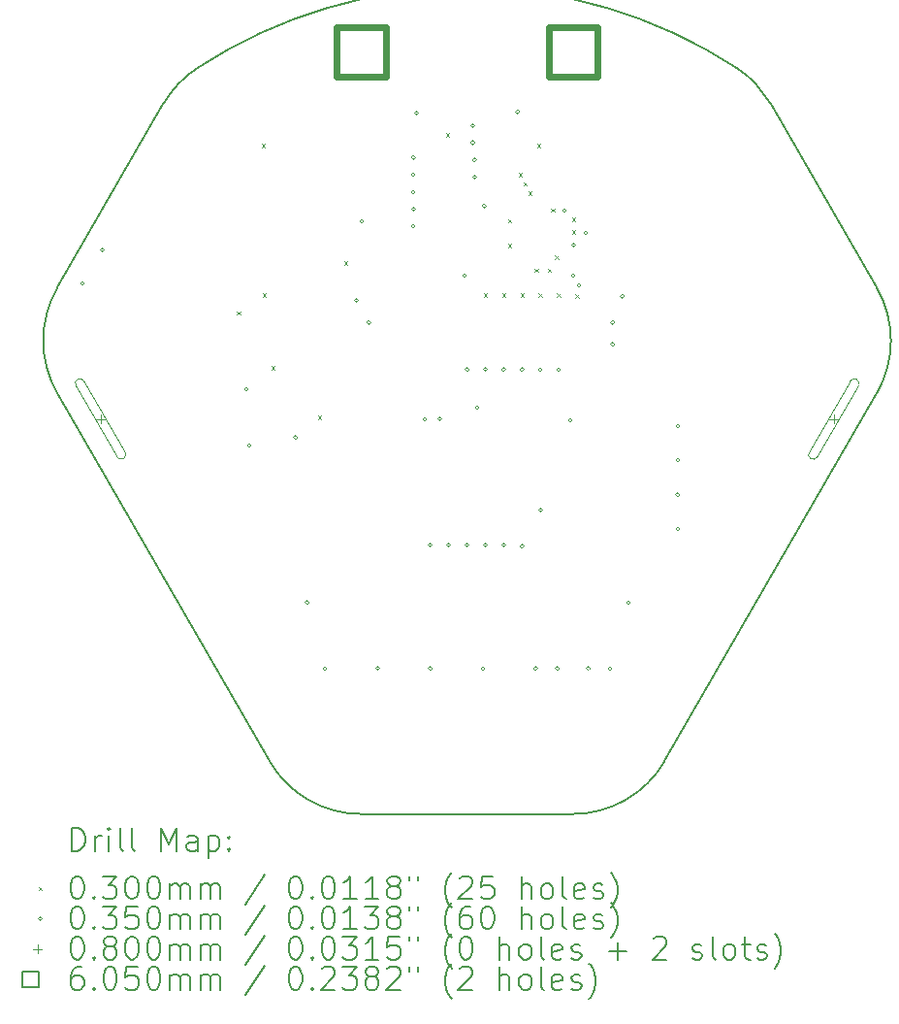
<source format=gbr>
%TF.GenerationSoftware,KiCad,Pcbnew,8.0.4*%
%TF.CreationDate,2025-04-17T01:04:02+02:00*%
%TF.ProjectId,bms_stage_bq40z80,626d735f-7374-4616-9765-5f627134307a,rev?*%
%TF.SameCoordinates,Original*%
%TF.FileFunction,Drillmap*%
%TF.FilePolarity,Positive*%
%FSLAX45Y45*%
G04 Gerber Fmt 4.5, Leading zero omitted, Abs format (unit mm)*
G04 Created by KiCad (PCBNEW 8.0.4) date 2025-04-17 01:04:02*
%MOMM*%
%LPD*%
G01*
G04 APERTURE LIST*
%ADD10C,0.200000*%
%ADD11C,0.100000*%
%ADD12C,0.605000*%
G04 APERTURE END LIST*
D10*
X14074999Y-13595187D02*
G75*
G02*
X13273928Y-13132685I1J924997D01*
G01*
X12348925Y-7401244D02*
G75*
G02*
X12643950Y-7089445I801065J-462496D01*
G01*
X18576076Y-9003391D02*
G75*
G02*
X18576075Y-9928391I-801076J-462499D01*
G01*
X11423924Y-9928391D02*
X13273926Y-13132687D01*
X11423924Y-9928391D02*
G75*
G02*
X11423924Y-9003390I801076J462501D01*
G01*
X12643949Y-7089443D02*
G75*
G02*
X17356051Y-7089443I2356051J-3604955D01*
G01*
X17356051Y-7089443D02*
G75*
G02*
X17651074Y-7401243I-506041J-774287D01*
G01*
X16726075Y-13132686D02*
G75*
G02*
X15926290Y-13595183I-801075J462506D01*
G01*
X16726075Y-13132686D02*
X18576076Y-9928391D01*
X12348925Y-7401244D02*
X11423925Y-9003391D01*
X18576076Y-9003391D02*
X17651075Y-7401242D01*
X14074999Y-13595187D02*
X15926290Y-13595187D01*
D11*
X12988815Y-9211885D02*
X13018815Y-9241885D01*
X13018815Y-9211885D02*
X12988815Y-9241885D01*
X13207295Y-7751466D02*
X13237295Y-7781466D01*
X13237295Y-7751466D02*
X13207295Y-7781466D01*
X13215000Y-9055000D02*
X13245000Y-9085000D01*
X13245000Y-9055000D02*
X13215000Y-9085000D01*
X13291602Y-9689486D02*
X13321602Y-9719486D01*
X13321602Y-9689486D02*
X13291602Y-9719486D01*
X13696292Y-10122500D02*
X13726292Y-10152500D01*
X13726292Y-10122500D02*
X13696292Y-10152500D01*
X13924545Y-8773198D02*
X13954545Y-8803198D01*
X13954545Y-8773198D02*
X13924545Y-8803198D01*
X14815000Y-7655000D02*
X14845000Y-7685000D01*
X14845000Y-7655000D02*
X14815000Y-7685000D01*
X15145000Y-9055000D02*
X15175000Y-9085000D01*
X15175000Y-9055000D02*
X15145000Y-9085000D01*
X15305000Y-9055000D02*
X15335000Y-9085000D01*
X15335000Y-9055000D02*
X15305000Y-9085000D01*
X15357742Y-8408368D02*
X15387742Y-8438368D01*
X15387742Y-8408368D02*
X15357742Y-8438368D01*
X15357742Y-8623368D02*
X15387742Y-8653368D01*
X15387742Y-8623368D02*
X15357742Y-8653368D01*
X15450000Y-8005000D02*
X15480000Y-8035000D01*
X15480000Y-8005000D02*
X15450000Y-8035000D01*
X15465000Y-9055000D02*
X15495000Y-9085000D01*
X15495000Y-9055000D02*
X15465000Y-9085000D01*
X15491110Y-8085000D02*
X15521110Y-8115000D01*
X15521110Y-8085000D02*
X15491110Y-8115000D01*
X15535000Y-8165000D02*
X15565000Y-8195000D01*
X15565000Y-8165000D02*
X15535000Y-8195000D01*
X15587742Y-8838368D02*
X15617742Y-8868368D01*
X15617742Y-8838368D02*
X15587742Y-8868368D01*
X15610000Y-7750000D02*
X15640000Y-7780000D01*
X15640000Y-7750000D02*
X15610000Y-7780000D01*
X15625000Y-9055000D02*
X15655000Y-9085000D01*
X15655000Y-9055000D02*
X15625000Y-9085000D01*
X15703564Y-8838804D02*
X15733564Y-8868804D01*
X15733564Y-8838804D02*
X15703564Y-8868804D01*
X15735000Y-8315000D02*
X15765000Y-8345000D01*
X15765000Y-8315000D02*
X15735000Y-8345000D01*
X15767742Y-8725000D02*
X15797742Y-8755000D01*
X15797742Y-8725000D02*
X15767742Y-8755000D01*
X15785000Y-9055000D02*
X15815000Y-9085000D01*
X15815000Y-9055000D02*
X15785000Y-9085000D01*
X15915000Y-8395000D02*
X15945000Y-8425000D01*
X15945000Y-8395000D02*
X15915000Y-8425000D01*
X15915000Y-8505000D02*
X15945000Y-8535000D01*
X15945000Y-8505000D02*
X15915000Y-8535000D01*
X15946828Y-9062235D02*
X15976828Y-9092235D01*
X15976828Y-9062235D02*
X15946828Y-9092235D01*
X11662500Y-8967224D02*
G75*
G02*
X11627500Y-8967224I-17500J0D01*
G01*
X11627500Y-8967224D02*
G75*
G02*
X11662500Y-8967224I17500J0D01*
G01*
X11832500Y-8672776D02*
G75*
G02*
X11797500Y-8672776I-17500J0D01*
G01*
X11797500Y-8672776D02*
G75*
G02*
X11832500Y-8672776I17500J0D01*
G01*
X13087500Y-9890000D02*
G75*
G02*
X13052500Y-9890000I-17500J0D01*
G01*
X13052500Y-9890000D02*
G75*
G02*
X13087500Y-9890000I17500J0D01*
G01*
X13117500Y-10380000D02*
G75*
G02*
X13082500Y-10380000I-17500J0D01*
G01*
X13082500Y-10380000D02*
G75*
G02*
X13117500Y-10380000I17500J0D01*
G01*
X13518792Y-10312500D02*
G75*
G02*
X13483792Y-10312500I-17500J0D01*
G01*
X13483792Y-10312500D02*
G75*
G02*
X13518792Y-10312500I17500J0D01*
G01*
X13620000Y-11752500D02*
G75*
G02*
X13585000Y-11752500I-17500J0D01*
G01*
X13585000Y-11752500D02*
G75*
G02*
X13620000Y-11752500I17500J0D01*
G01*
X13776250Y-12326875D02*
G75*
G02*
X13741250Y-12326875I-17500J0D01*
G01*
X13741250Y-12326875D02*
G75*
G02*
X13776250Y-12326875I17500J0D01*
G01*
X14052500Y-9115000D02*
G75*
G02*
X14017500Y-9115000I-17500J0D01*
G01*
X14017500Y-9115000D02*
G75*
G02*
X14052500Y-9115000I17500J0D01*
G01*
X14099062Y-8423692D02*
G75*
G02*
X14064062Y-8423692I-17500J0D01*
G01*
X14064062Y-8423692D02*
G75*
G02*
X14099062Y-8423692I17500J0D01*
G01*
X14157500Y-9310000D02*
G75*
G02*
X14122500Y-9310000I-17500J0D01*
G01*
X14122500Y-9310000D02*
G75*
G02*
X14157500Y-9310000I17500J0D01*
G01*
X14236250Y-12326875D02*
G75*
G02*
X14201250Y-12326875I-17500J0D01*
G01*
X14201250Y-12326875D02*
G75*
G02*
X14236250Y-12326875I17500J0D01*
G01*
X14547500Y-7870000D02*
G75*
G02*
X14512500Y-7870000I-17500J0D01*
G01*
X14512500Y-7870000D02*
G75*
G02*
X14547500Y-7870000I17500J0D01*
G01*
X14547500Y-8020000D02*
G75*
G02*
X14512500Y-8020000I-17500J0D01*
G01*
X14512500Y-8020000D02*
G75*
G02*
X14547500Y-8020000I17500J0D01*
G01*
X14547500Y-8170000D02*
G75*
G02*
X14512500Y-8170000I-17500J0D01*
G01*
X14512500Y-8170000D02*
G75*
G02*
X14547500Y-8170000I17500J0D01*
G01*
X14547500Y-8320000D02*
G75*
G02*
X14512500Y-8320000I-17500J0D01*
G01*
X14512500Y-8320000D02*
G75*
G02*
X14547500Y-8320000I17500J0D01*
G01*
X14547500Y-8470000D02*
G75*
G02*
X14512500Y-8470000I-17500J0D01*
G01*
X14512500Y-8470000D02*
G75*
G02*
X14547500Y-8470000I17500J0D01*
G01*
X14577500Y-7480000D02*
G75*
G02*
X14542500Y-7480000I-17500J0D01*
G01*
X14542500Y-7480000D02*
G75*
G02*
X14577500Y-7480000I17500J0D01*
G01*
X14647500Y-10150000D02*
G75*
G02*
X14612500Y-10150000I-17500J0D01*
G01*
X14612500Y-10150000D02*
G75*
G02*
X14647500Y-10150000I17500J0D01*
G01*
X14696250Y-12326875D02*
G75*
G02*
X14661250Y-12326875I-17500J0D01*
G01*
X14661250Y-12326875D02*
G75*
G02*
X14696250Y-12326875I17500J0D01*
G01*
X14697500Y-11250000D02*
G75*
G02*
X14662500Y-11250000I-17500J0D01*
G01*
X14662500Y-11250000D02*
G75*
G02*
X14697500Y-11250000I17500J0D01*
G01*
X14777500Y-10150000D02*
G75*
G02*
X14742500Y-10150000I-17500J0D01*
G01*
X14742500Y-10150000D02*
G75*
G02*
X14777500Y-10150000I17500J0D01*
G01*
X14857500Y-11250000D02*
G75*
G02*
X14822500Y-11250000I-17500J0D01*
G01*
X14822500Y-11250000D02*
G75*
G02*
X14857500Y-11250000I17500J0D01*
G01*
X14997500Y-8900000D02*
G75*
G02*
X14962500Y-8900000I-17500J0D01*
G01*
X14962500Y-8900000D02*
G75*
G02*
X14997500Y-8900000I17500J0D01*
G01*
X15017500Y-9720000D02*
G75*
G02*
X14982500Y-9720000I-17500J0D01*
G01*
X14982500Y-9720000D02*
G75*
G02*
X15017500Y-9720000I17500J0D01*
G01*
X15017500Y-11250000D02*
G75*
G02*
X14982500Y-11250000I-17500J0D01*
G01*
X14982500Y-11250000D02*
G75*
G02*
X15017500Y-11250000I17500J0D01*
G01*
X15067500Y-7590000D02*
G75*
G02*
X15032500Y-7590000I-17500J0D01*
G01*
X15032500Y-7590000D02*
G75*
G02*
X15067500Y-7590000I17500J0D01*
G01*
X15067500Y-7740000D02*
G75*
G02*
X15032500Y-7740000I-17500J0D01*
G01*
X15032500Y-7740000D02*
G75*
G02*
X15067500Y-7740000I17500J0D01*
G01*
X15082500Y-7890000D02*
G75*
G02*
X15047500Y-7890000I-17500J0D01*
G01*
X15047500Y-7890000D02*
G75*
G02*
X15082500Y-7890000I17500J0D01*
G01*
X15082500Y-8040000D02*
G75*
G02*
X15047500Y-8040000I-17500J0D01*
G01*
X15047500Y-8040000D02*
G75*
G02*
X15082500Y-8040000I17500J0D01*
G01*
X15107500Y-10050000D02*
G75*
G02*
X15072500Y-10050000I-17500J0D01*
G01*
X15072500Y-10050000D02*
G75*
G02*
X15107500Y-10050000I17500J0D01*
G01*
X15156250Y-12326875D02*
G75*
G02*
X15121250Y-12326875I-17500J0D01*
G01*
X15121250Y-12326875D02*
G75*
G02*
X15156250Y-12326875I17500J0D01*
G01*
X15167704Y-8291873D02*
G75*
G02*
X15132704Y-8291873I-17500J0D01*
G01*
X15132704Y-8291873D02*
G75*
G02*
X15167704Y-8291873I17500J0D01*
G01*
X15177500Y-9720000D02*
G75*
G02*
X15142500Y-9720000I-17500J0D01*
G01*
X15142500Y-9720000D02*
G75*
G02*
X15177500Y-9720000I17500J0D01*
G01*
X15177500Y-11250000D02*
G75*
G02*
X15142500Y-11250000I-17500J0D01*
G01*
X15142500Y-11250000D02*
G75*
G02*
X15177500Y-11250000I17500J0D01*
G01*
X15337500Y-9720000D02*
G75*
G02*
X15302500Y-9720000I-17500J0D01*
G01*
X15302500Y-9720000D02*
G75*
G02*
X15337500Y-9720000I17500J0D01*
G01*
X15337500Y-11250000D02*
G75*
G02*
X15302500Y-11250000I-17500J0D01*
G01*
X15302500Y-11250000D02*
G75*
G02*
X15337500Y-11250000I17500J0D01*
G01*
X15457500Y-7470000D02*
G75*
G02*
X15422500Y-7470000I-17500J0D01*
G01*
X15422500Y-7470000D02*
G75*
G02*
X15457500Y-7470000I17500J0D01*
G01*
X15497500Y-11260000D02*
G75*
G02*
X15462500Y-11260000I-17500J0D01*
G01*
X15462500Y-11260000D02*
G75*
G02*
X15497500Y-11260000I17500J0D01*
G01*
X15497500Y-9720000D02*
G75*
G02*
X15462500Y-9720000I-17500J0D01*
G01*
X15462500Y-9720000D02*
G75*
G02*
X15497500Y-9720000I17500J0D01*
G01*
X15616250Y-12326875D02*
G75*
G02*
X15581250Y-12326875I-17500J0D01*
G01*
X15581250Y-12326875D02*
G75*
G02*
X15616250Y-12326875I17500J0D01*
G01*
X15657500Y-9720000D02*
G75*
G02*
X15622500Y-9720000I-17500J0D01*
G01*
X15622500Y-9720000D02*
G75*
G02*
X15657500Y-9720000I17500J0D01*
G01*
X15657500Y-10945000D02*
G75*
G02*
X15622500Y-10945000I-17500J0D01*
G01*
X15622500Y-10945000D02*
G75*
G02*
X15657500Y-10945000I17500J0D01*
G01*
X15806250Y-12326875D02*
G75*
G02*
X15771250Y-12326875I-17500J0D01*
G01*
X15771250Y-12326875D02*
G75*
G02*
X15806250Y-12326875I17500J0D01*
G01*
X15817500Y-9720000D02*
G75*
G02*
X15782500Y-9720000I-17500J0D01*
G01*
X15782500Y-9720000D02*
G75*
G02*
X15817500Y-9720000I17500J0D01*
G01*
X15867500Y-8330000D02*
G75*
G02*
X15832500Y-8330000I-17500J0D01*
G01*
X15832500Y-8330000D02*
G75*
G02*
X15867500Y-8330000I17500J0D01*
G01*
X15917500Y-10160000D02*
G75*
G02*
X15882500Y-10160000I-17500J0D01*
G01*
X15882500Y-10160000D02*
G75*
G02*
X15917500Y-10160000I17500J0D01*
G01*
X15945731Y-8899179D02*
G75*
G02*
X15910731Y-8899179I-17500J0D01*
G01*
X15910731Y-8899179D02*
G75*
G02*
X15945731Y-8899179I17500J0D01*
G01*
X15947500Y-8630000D02*
G75*
G02*
X15912500Y-8630000I-17500J0D01*
G01*
X15912500Y-8630000D02*
G75*
G02*
X15947500Y-8630000I17500J0D01*
G01*
X15995731Y-8985782D02*
G75*
G02*
X15960731Y-8985782I-17500J0D01*
G01*
X15960731Y-8985782D02*
G75*
G02*
X15995731Y-8985782I17500J0D01*
G01*
X16053218Y-8525352D02*
G75*
G02*
X16018218Y-8525352I-17500J0D01*
G01*
X16018218Y-8525352D02*
G75*
G02*
X16053218Y-8525352I17500J0D01*
G01*
X16076250Y-12326875D02*
G75*
G02*
X16041250Y-12326875I-17500J0D01*
G01*
X16041250Y-12326875D02*
G75*
G02*
X16076250Y-12326875I17500J0D01*
G01*
X16266250Y-12326875D02*
G75*
G02*
X16231250Y-12326875I-17500J0D01*
G01*
X16231250Y-12326875D02*
G75*
G02*
X16266250Y-12326875I17500J0D01*
G01*
X16290000Y-9310000D02*
G75*
G02*
X16255000Y-9310000I-17500J0D01*
G01*
X16255000Y-9310000D02*
G75*
G02*
X16290000Y-9310000I17500J0D01*
G01*
X16290000Y-9497500D02*
G75*
G02*
X16255000Y-9497500I-17500J0D01*
G01*
X16255000Y-9497500D02*
G75*
G02*
X16290000Y-9497500I17500J0D01*
G01*
X16373218Y-9079609D02*
G75*
G02*
X16338218Y-9079609I-17500J0D01*
G01*
X16338218Y-9079609D02*
G75*
G02*
X16373218Y-9079609I17500J0D01*
G01*
X16425000Y-11752500D02*
G75*
G02*
X16390000Y-11752500I-17500J0D01*
G01*
X16390000Y-11752500D02*
G75*
G02*
X16425000Y-11752500I17500J0D01*
G01*
X16857500Y-10210000D02*
G75*
G02*
X16822500Y-10210000I-17500J0D01*
G01*
X16822500Y-10210000D02*
G75*
G02*
X16857500Y-10210000I17500J0D01*
G01*
X16857500Y-10510000D02*
G75*
G02*
X16822500Y-10510000I-17500J0D01*
G01*
X16822500Y-10510000D02*
G75*
G02*
X16857500Y-10510000I17500J0D01*
G01*
X16857500Y-10810000D02*
G75*
G02*
X16822500Y-10810000I-17500J0D01*
G01*
X16822500Y-10810000D02*
G75*
G02*
X16857500Y-10810000I17500J0D01*
G01*
X16857500Y-11110000D02*
G75*
G02*
X16822500Y-11110000I-17500J0D01*
G01*
X16822500Y-11110000D02*
G75*
G02*
X16857500Y-11110000I17500J0D01*
G01*
X11800000Y-10110000D02*
X11800000Y-10190000D01*
X11760000Y-10150000D02*
X11840000Y-10150000D01*
X12014641Y-10441769D02*
X11654641Y-9818231D01*
X11585359Y-9858231D02*
G75*
G02*
X11654641Y-9818231I34641J20000D01*
G01*
X11585359Y-9858231D02*
X11945359Y-10481769D01*
X11945359Y-10481769D02*
G75*
G03*
X12014641Y-10441769I34641J20000D01*
G01*
X18200000Y-10110000D02*
X18200000Y-10190000D01*
X18160000Y-10150000D02*
X18240000Y-10150000D01*
X18345359Y-9818231D02*
X17985359Y-10441769D01*
X18054641Y-10481769D02*
G75*
G02*
X17985359Y-10441769I-34641J20000D01*
G01*
X18054641Y-10481769D02*
X18414641Y-9858231D01*
X18414641Y-9858231D02*
G75*
G03*
X18345359Y-9818231I-34641J20000D01*
G01*
D12*
X14288902Y-7164302D02*
X14288902Y-6736498D01*
X13861098Y-6736498D01*
X13861098Y-7164302D01*
X14288902Y-7164302D01*
X16138902Y-7164302D02*
X16138902Y-6736498D01*
X15711098Y-6736498D01*
X15711098Y-7164302D01*
X16138902Y-7164302D01*
D10*
X11550775Y-13916670D02*
X11550775Y-13716670D01*
X11550775Y-13716670D02*
X11598394Y-13716670D01*
X11598394Y-13716670D02*
X11626965Y-13726194D01*
X11626965Y-13726194D02*
X11646013Y-13745242D01*
X11646013Y-13745242D02*
X11655537Y-13764289D01*
X11655537Y-13764289D02*
X11665060Y-13802385D01*
X11665060Y-13802385D02*
X11665060Y-13830956D01*
X11665060Y-13830956D02*
X11655537Y-13869051D01*
X11655537Y-13869051D02*
X11646013Y-13888099D01*
X11646013Y-13888099D02*
X11626965Y-13907147D01*
X11626965Y-13907147D02*
X11598394Y-13916670D01*
X11598394Y-13916670D02*
X11550775Y-13916670D01*
X11750775Y-13916670D02*
X11750775Y-13783337D01*
X11750775Y-13821432D02*
X11760298Y-13802385D01*
X11760298Y-13802385D02*
X11769822Y-13792861D01*
X11769822Y-13792861D02*
X11788870Y-13783337D01*
X11788870Y-13783337D02*
X11807918Y-13783337D01*
X11874584Y-13916670D02*
X11874584Y-13783337D01*
X11874584Y-13716670D02*
X11865060Y-13726194D01*
X11865060Y-13726194D02*
X11874584Y-13735718D01*
X11874584Y-13735718D02*
X11884108Y-13726194D01*
X11884108Y-13726194D02*
X11874584Y-13716670D01*
X11874584Y-13716670D02*
X11874584Y-13735718D01*
X11998394Y-13916670D02*
X11979346Y-13907147D01*
X11979346Y-13907147D02*
X11969822Y-13888099D01*
X11969822Y-13888099D02*
X11969822Y-13716670D01*
X12103156Y-13916670D02*
X12084108Y-13907147D01*
X12084108Y-13907147D02*
X12074584Y-13888099D01*
X12074584Y-13888099D02*
X12074584Y-13716670D01*
X12331727Y-13916670D02*
X12331727Y-13716670D01*
X12331727Y-13716670D02*
X12398394Y-13859528D01*
X12398394Y-13859528D02*
X12465060Y-13716670D01*
X12465060Y-13716670D02*
X12465060Y-13916670D01*
X12646013Y-13916670D02*
X12646013Y-13811909D01*
X12646013Y-13811909D02*
X12636489Y-13792861D01*
X12636489Y-13792861D02*
X12617441Y-13783337D01*
X12617441Y-13783337D02*
X12579346Y-13783337D01*
X12579346Y-13783337D02*
X12560298Y-13792861D01*
X12646013Y-13907147D02*
X12626965Y-13916670D01*
X12626965Y-13916670D02*
X12579346Y-13916670D01*
X12579346Y-13916670D02*
X12560298Y-13907147D01*
X12560298Y-13907147D02*
X12550775Y-13888099D01*
X12550775Y-13888099D02*
X12550775Y-13869051D01*
X12550775Y-13869051D02*
X12560298Y-13850004D01*
X12560298Y-13850004D02*
X12579346Y-13840480D01*
X12579346Y-13840480D02*
X12626965Y-13840480D01*
X12626965Y-13840480D02*
X12646013Y-13830956D01*
X12741251Y-13783337D02*
X12741251Y-13983337D01*
X12741251Y-13792861D02*
X12760298Y-13783337D01*
X12760298Y-13783337D02*
X12798394Y-13783337D01*
X12798394Y-13783337D02*
X12817441Y-13792861D01*
X12817441Y-13792861D02*
X12826965Y-13802385D01*
X12826965Y-13802385D02*
X12836489Y-13821432D01*
X12836489Y-13821432D02*
X12836489Y-13878575D01*
X12836489Y-13878575D02*
X12826965Y-13897623D01*
X12826965Y-13897623D02*
X12817441Y-13907147D01*
X12817441Y-13907147D02*
X12798394Y-13916670D01*
X12798394Y-13916670D02*
X12760298Y-13916670D01*
X12760298Y-13916670D02*
X12741251Y-13907147D01*
X12922203Y-13897623D02*
X12931727Y-13907147D01*
X12931727Y-13907147D02*
X12922203Y-13916670D01*
X12922203Y-13916670D02*
X12912679Y-13907147D01*
X12912679Y-13907147D02*
X12922203Y-13897623D01*
X12922203Y-13897623D02*
X12922203Y-13916670D01*
X12922203Y-13792861D02*
X12931727Y-13802385D01*
X12931727Y-13802385D02*
X12922203Y-13811909D01*
X12922203Y-13811909D02*
X12912679Y-13802385D01*
X12912679Y-13802385D02*
X12922203Y-13792861D01*
X12922203Y-13792861D02*
X12922203Y-13811909D01*
D11*
X11259998Y-14230187D02*
X11289998Y-14260187D01*
X11289998Y-14230187D02*
X11259998Y-14260187D01*
D10*
X11588870Y-14136670D02*
X11607918Y-14136670D01*
X11607918Y-14136670D02*
X11626965Y-14146194D01*
X11626965Y-14146194D02*
X11636489Y-14155718D01*
X11636489Y-14155718D02*
X11646013Y-14174766D01*
X11646013Y-14174766D02*
X11655537Y-14212861D01*
X11655537Y-14212861D02*
X11655537Y-14260480D01*
X11655537Y-14260480D02*
X11646013Y-14298575D01*
X11646013Y-14298575D02*
X11636489Y-14317623D01*
X11636489Y-14317623D02*
X11626965Y-14327147D01*
X11626965Y-14327147D02*
X11607918Y-14336670D01*
X11607918Y-14336670D02*
X11588870Y-14336670D01*
X11588870Y-14336670D02*
X11569822Y-14327147D01*
X11569822Y-14327147D02*
X11560298Y-14317623D01*
X11560298Y-14317623D02*
X11550775Y-14298575D01*
X11550775Y-14298575D02*
X11541251Y-14260480D01*
X11541251Y-14260480D02*
X11541251Y-14212861D01*
X11541251Y-14212861D02*
X11550775Y-14174766D01*
X11550775Y-14174766D02*
X11560298Y-14155718D01*
X11560298Y-14155718D02*
X11569822Y-14146194D01*
X11569822Y-14146194D02*
X11588870Y-14136670D01*
X11741251Y-14317623D02*
X11750775Y-14327147D01*
X11750775Y-14327147D02*
X11741251Y-14336670D01*
X11741251Y-14336670D02*
X11731727Y-14327147D01*
X11731727Y-14327147D02*
X11741251Y-14317623D01*
X11741251Y-14317623D02*
X11741251Y-14336670D01*
X11817441Y-14136670D02*
X11941251Y-14136670D01*
X11941251Y-14136670D02*
X11874584Y-14212861D01*
X11874584Y-14212861D02*
X11903156Y-14212861D01*
X11903156Y-14212861D02*
X11922203Y-14222385D01*
X11922203Y-14222385D02*
X11931727Y-14231909D01*
X11931727Y-14231909D02*
X11941251Y-14250956D01*
X11941251Y-14250956D02*
X11941251Y-14298575D01*
X11941251Y-14298575D02*
X11931727Y-14317623D01*
X11931727Y-14317623D02*
X11922203Y-14327147D01*
X11922203Y-14327147D02*
X11903156Y-14336670D01*
X11903156Y-14336670D02*
X11846013Y-14336670D01*
X11846013Y-14336670D02*
X11826965Y-14327147D01*
X11826965Y-14327147D02*
X11817441Y-14317623D01*
X12065060Y-14136670D02*
X12084108Y-14136670D01*
X12084108Y-14136670D02*
X12103156Y-14146194D01*
X12103156Y-14146194D02*
X12112679Y-14155718D01*
X12112679Y-14155718D02*
X12122203Y-14174766D01*
X12122203Y-14174766D02*
X12131727Y-14212861D01*
X12131727Y-14212861D02*
X12131727Y-14260480D01*
X12131727Y-14260480D02*
X12122203Y-14298575D01*
X12122203Y-14298575D02*
X12112679Y-14317623D01*
X12112679Y-14317623D02*
X12103156Y-14327147D01*
X12103156Y-14327147D02*
X12084108Y-14336670D01*
X12084108Y-14336670D02*
X12065060Y-14336670D01*
X12065060Y-14336670D02*
X12046013Y-14327147D01*
X12046013Y-14327147D02*
X12036489Y-14317623D01*
X12036489Y-14317623D02*
X12026965Y-14298575D01*
X12026965Y-14298575D02*
X12017441Y-14260480D01*
X12017441Y-14260480D02*
X12017441Y-14212861D01*
X12017441Y-14212861D02*
X12026965Y-14174766D01*
X12026965Y-14174766D02*
X12036489Y-14155718D01*
X12036489Y-14155718D02*
X12046013Y-14146194D01*
X12046013Y-14146194D02*
X12065060Y-14136670D01*
X12255537Y-14136670D02*
X12274584Y-14136670D01*
X12274584Y-14136670D02*
X12293632Y-14146194D01*
X12293632Y-14146194D02*
X12303156Y-14155718D01*
X12303156Y-14155718D02*
X12312679Y-14174766D01*
X12312679Y-14174766D02*
X12322203Y-14212861D01*
X12322203Y-14212861D02*
X12322203Y-14260480D01*
X12322203Y-14260480D02*
X12312679Y-14298575D01*
X12312679Y-14298575D02*
X12303156Y-14317623D01*
X12303156Y-14317623D02*
X12293632Y-14327147D01*
X12293632Y-14327147D02*
X12274584Y-14336670D01*
X12274584Y-14336670D02*
X12255537Y-14336670D01*
X12255537Y-14336670D02*
X12236489Y-14327147D01*
X12236489Y-14327147D02*
X12226965Y-14317623D01*
X12226965Y-14317623D02*
X12217441Y-14298575D01*
X12217441Y-14298575D02*
X12207918Y-14260480D01*
X12207918Y-14260480D02*
X12207918Y-14212861D01*
X12207918Y-14212861D02*
X12217441Y-14174766D01*
X12217441Y-14174766D02*
X12226965Y-14155718D01*
X12226965Y-14155718D02*
X12236489Y-14146194D01*
X12236489Y-14146194D02*
X12255537Y-14136670D01*
X12407918Y-14336670D02*
X12407918Y-14203337D01*
X12407918Y-14222385D02*
X12417441Y-14212861D01*
X12417441Y-14212861D02*
X12436489Y-14203337D01*
X12436489Y-14203337D02*
X12465060Y-14203337D01*
X12465060Y-14203337D02*
X12484108Y-14212861D01*
X12484108Y-14212861D02*
X12493632Y-14231909D01*
X12493632Y-14231909D02*
X12493632Y-14336670D01*
X12493632Y-14231909D02*
X12503156Y-14212861D01*
X12503156Y-14212861D02*
X12522203Y-14203337D01*
X12522203Y-14203337D02*
X12550775Y-14203337D01*
X12550775Y-14203337D02*
X12569822Y-14212861D01*
X12569822Y-14212861D02*
X12579346Y-14231909D01*
X12579346Y-14231909D02*
X12579346Y-14336670D01*
X12674584Y-14336670D02*
X12674584Y-14203337D01*
X12674584Y-14222385D02*
X12684108Y-14212861D01*
X12684108Y-14212861D02*
X12703156Y-14203337D01*
X12703156Y-14203337D02*
X12731727Y-14203337D01*
X12731727Y-14203337D02*
X12750775Y-14212861D01*
X12750775Y-14212861D02*
X12760299Y-14231909D01*
X12760299Y-14231909D02*
X12760299Y-14336670D01*
X12760299Y-14231909D02*
X12769822Y-14212861D01*
X12769822Y-14212861D02*
X12788870Y-14203337D01*
X12788870Y-14203337D02*
X12817441Y-14203337D01*
X12817441Y-14203337D02*
X12836489Y-14212861D01*
X12836489Y-14212861D02*
X12846013Y-14231909D01*
X12846013Y-14231909D02*
X12846013Y-14336670D01*
X13236489Y-14127147D02*
X13065061Y-14384289D01*
X13493632Y-14136670D02*
X13512680Y-14136670D01*
X13512680Y-14136670D02*
X13531727Y-14146194D01*
X13531727Y-14146194D02*
X13541251Y-14155718D01*
X13541251Y-14155718D02*
X13550775Y-14174766D01*
X13550775Y-14174766D02*
X13560299Y-14212861D01*
X13560299Y-14212861D02*
X13560299Y-14260480D01*
X13560299Y-14260480D02*
X13550775Y-14298575D01*
X13550775Y-14298575D02*
X13541251Y-14317623D01*
X13541251Y-14317623D02*
X13531727Y-14327147D01*
X13531727Y-14327147D02*
X13512680Y-14336670D01*
X13512680Y-14336670D02*
X13493632Y-14336670D01*
X13493632Y-14336670D02*
X13474584Y-14327147D01*
X13474584Y-14327147D02*
X13465061Y-14317623D01*
X13465061Y-14317623D02*
X13455537Y-14298575D01*
X13455537Y-14298575D02*
X13446013Y-14260480D01*
X13446013Y-14260480D02*
X13446013Y-14212861D01*
X13446013Y-14212861D02*
X13455537Y-14174766D01*
X13455537Y-14174766D02*
X13465061Y-14155718D01*
X13465061Y-14155718D02*
X13474584Y-14146194D01*
X13474584Y-14146194D02*
X13493632Y-14136670D01*
X13646013Y-14317623D02*
X13655537Y-14327147D01*
X13655537Y-14327147D02*
X13646013Y-14336670D01*
X13646013Y-14336670D02*
X13636489Y-14327147D01*
X13636489Y-14327147D02*
X13646013Y-14317623D01*
X13646013Y-14317623D02*
X13646013Y-14336670D01*
X13779346Y-14136670D02*
X13798394Y-14136670D01*
X13798394Y-14136670D02*
X13817442Y-14146194D01*
X13817442Y-14146194D02*
X13826965Y-14155718D01*
X13826965Y-14155718D02*
X13836489Y-14174766D01*
X13836489Y-14174766D02*
X13846013Y-14212861D01*
X13846013Y-14212861D02*
X13846013Y-14260480D01*
X13846013Y-14260480D02*
X13836489Y-14298575D01*
X13836489Y-14298575D02*
X13826965Y-14317623D01*
X13826965Y-14317623D02*
X13817442Y-14327147D01*
X13817442Y-14327147D02*
X13798394Y-14336670D01*
X13798394Y-14336670D02*
X13779346Y-14336670D01*
X13779346Y-14336670D02*
X13760299Y-14327147D01*
X13760299Y-14327147D02*
X13750775Y-14317623D01*
X13750775Y-14317623D02*
X13741251Y-14298575D01*
X13741251Y-14298575D02*
X13731727Y-14260480D01*
X13731727Y-14260480D02*
X13731727Y-14212861D01*
X13731727Y-14212861D02*
X13741251Y-14174766D01*
X13741251Y-14174766D02*
X13750775Y-14155718D01*
X13750775Y-14155718D02*
X13760299Y-14146194D01*
X13760299Y-14146194D02*
X13779346Y-14136670D01*
X14036489Y-14336670D02*
X13922203Y-14336670D01*
X13979346Y-14336670D02*
X13979346Y-14136670D01*
X13979346Y-14136670D02*
X13960299Y-14165242D01*
X13960299Y-14165242D02*
X13941251Y-14184289D01*
X13941251Y-14184289D02*
X13922203Y-14193813D01*
X14226965Y-14336670D02*
X14112680Y-14336670D01*
X14169822Y-14336670D02*
X14169822Y-14136670D01*
X14169822Y-14136670D02*
X14150775Y-14165242D01*
X14150775Y-14165242D02*
X14131727Y-14184289D01*
X14131727Y-14184289D02*
X14112680Y-14193813D01*
X14341251Y-14222385D02*
X14322203Y-14212861D01*
X14322203Y-14212861D02*
X14312680Y-14203337D01*
X14312680Y-14203337D02*
X14303156Y-14184289D01*
X14303156Y-14184289D02*
X14303156Y-14174766D01*
X14303156Y-14174766D02*
X14312680Y-14155718D01*
X14312680Y-14155718D02*
X14322203Y-14146194D01*
X14322203Y-14146194D02*
X14341251Y-14136670D01*
X14341251Y-14136670D02*
X14379346Y-14136670D01*
X14379346Y-14136670D02*
X14398394Y-14146194D01*
X14398394Y-14146194D02*
X14407918Y-14155718D01*
X14407918Y-14155718D02*
X14417442Y-14174766D01*
X14417442Y-14174766D02*
X14417442Y-14184289D01*
X14417442Y-14184289D02*
X14407918Y-14203337D01*
X14407918Y-14203337D02*
X14398394Y-14212861D01*
X14398394Y-14212861D02*
X14379346Y-14222385D01*
X14379346Y-14222385D02*
X14341251Y-14222385D01*
X14341251Y-14222385D02*
X14322203Y-14231909D01*
X14322203Y-14231909D02*
X14312680Y-14241432D01*
X14312680Y-14241432D02*
X14303156Y-14260480D01*
X14303156Y-14260480D02*
X14303156Y-14298575D01*
X14303156Y-14298575D02*
X14312680Y-14317623D01*
X14312680Y-14317623D02*
X14322203Y-14327147D01*
X14322203Y-14327147D02*
X14341251Y-14336670D01*
X14341251Y-14336670D02*
X14379346Y-14336670D01*
X14379346Y-14336670D02*
X14398394Y-14327147D01*
X14398394Y-14327147D02*
X14407918Y-14317623D01*
X14407918Y-14317623D02*
X14417442Y-14298575D01*
X14417442Y-14298575D02*
X14417442Y-14260480D01*
X14417442Y-14260480D02*
X14407918Y-14241432D01*
X14407918Y-14241432D02*
X14398394Y-14231909D01*
X14398394Y-14231909D02*
X14379346Y-14222385D01*
X14493632Y-14136670D02*
X14493632Y-14174766D01*
X14569823Y-14136670D02*
X14569823Y-14174766D01*
X14865061Y-14412861D02*
X14855537Y-14403337D01*
X14855537Y-14403337D02*
X14836489Y-14374766D01*
X14836489Y-14374766D02*
X14826965Y-14355718D01*
X14826965Y-14355718D02*
X14817442Y-14327147D01*
X14817442Y-14327147D02*
X14807918Y-14279528D01*
X14807918Y-14279528D02*
X14807918Y-14241432D01*
X14807918Y-14241432D02*
X14817442Y-14193813D01*
X14817442Y-14193813D02*
X14826965Y-14165242D01*
X14826965Y-14165242D02*
X14836489Y-14146194D01*
X14836489Y-14146194D02*
X14855537Y-14117623D01*
X14855537Y-14117623D02*
X14865061Y-14108099D01*
X14931727Y-14155718D02*
X14941251Y-14146194D01*
X14941251Y-14146194D02*
X14960299Y-14136670D01*
X14960299Y-14136670D02*
X15007918Y-14136670D01*
X15007918Y-14136670D02*
X15026965Y-14146194D01*
X15026965Y-14146194D02*
X15036489Y-14155718D01*
X15036489Y-14155718D02*
X15046013Y-14174766D01*
X15046013Y-14174766D02*
X15046013Y-14193813D01*
X15046013Y-14193813D02*
X15036489Y-14222385D01*
X15036489Y-14222385D02*
X14922204Y-14336670D01*
X14922204Y-14336670D02*
X15046013Y-14336670D01*
X15226965Y-14136670D02*
X15131727Y-14136670D01*
X15131727Y-14136670D02*
X15122204Y-14231909D01*
X15122204Y-14231909D02*
X15131727Y-14222385D01*
X15131727Y-14222385D02*
X15150775Y-14212861D01*
X15150775Y-14212861D02*
X15198394Y-14212861D01*
X15198394Y-14212861D02*
X15217442Y-14222385D01*
X15217442Y-14222385D02*
X15226965Y-14231909D01*
X15226965Y-14231909D02*
X15236489Y-14250956D01*
X15236489Y-14250956D02*
X15236489Y-14298575D01*
X15236489Y-14298575D02*
X15226965Y-14317623D01*
X15226965Y-14317623D02*
X15217442Y-14327147D01*
X15217442Y-14327147D02*
X15198394Y-14336670D01*
X15198394Y-14336670D02*
X15150775Y-14336670D01*
X15150775Y-14336670D02*
X15131727Y-14327147D01*
X15131727Y-14327147D02*
X15122204Y-14317623D01*
X15474585Y-14336670D02*
X15474585Y-14136670D01*
X15560299Y-14336670D02*
X15560299Y-14231909D01*
X15560299Y-14231909D02*
X15550775Y-14212861D01*
X15550775Y-14212861D02*
X15531727Y-14203337D01*
X15531727Y-14203337D02*
X15503156Y-14203337D01*
X15503156Y-14203337D02*
X15484108Y-14212861D01*
X15484108Y-14212861D02*
X15474585Y-14222385D01*
X15684108Y-14336670D02*
X15665061Y-14327147D01*
X15665061Y-14327147D02*
X15655537Y-14317623D01*
X15655537Y-14317623D02*
X15646013Y-14298575D01*
X15646013Y-14298575D02*
X15646013Y-14241432D01*
X15646013Y-14241432D02*
X15655537Y-14222385D01*
X15655537Y-14222385D02*
X15665061Y-14212861D01*
X15665061Y-14212861D02*
X15684108Y-14203337D01*
X15684108Y-14203337D02*
X15712680Y-14203337D01*
X15712680Y-14203337D02*
X15731727Y-14212861D01*
X15731727Y-14212861D02*
X15741251Y-14222385D01*
X15741251Y-14222385D02*
X15750775Y-14241432D01*
X15750775Y-14241432D02*
X15750775Y-14298575D01*
X15750775Y-14298575D02*
X15741251Y-14317623D01*
X15741251Y-14317623D02*
X15731727Y-14327147D01*
X15731727Y-14327147D02*
X15712680Y-14336670D01*
X15712680Y-14336670D02*
X15684108Y-14336670D01*
X15865061Y-14336670D02*
X15846013Y-14327147D01*
X15846013Y-14327147D02*
X15836489Y-14308099D01*
X15836489Y-14308099D02*
X15836489Y-14136670D01*
X16017442Y-14327147D02*
X15998394Y-14336670D01*
X15998394Y-14336670D02*
X15960299Y-14336670D01*
X15960299Y-14336670D02*
X15941251Y-14327147D01*
X15941251Y-14327147D02*
X15931727Y-14308099D01*
X15931727Y-14308099D02*
X15931727Y-14231909D01*
X15931727Y-14231909D02*
X15941251Y-14212861D01*
X15941251Y-14212861D02*
X15960299Y-14203337D01*
X15960299Y-14203337D02*
X15998394Y-14203337D01*
X15998394Y-14203337D02*
X16017442Y-14212861D01*
X16017442Y-14212861D02*
X16026966Y-14231909D01*
X16026966Y-14231909D02*
X16026966Y-14250956D01*
X16026966Y-14250956D02*
X15931727Y-14270004D01*
X16103156Y-14327147D02*
X16122204Y-14336670D01*
X16122204Y-14336670D02*
X16160299Y-14336670D01*
X16160299Y-14336670D02*
X16179347Y-14327147D01*
X16179347Y-14327147D02*
X16188870Y-14308099D01*
X16188870Y-14308099D02*
X16188870Y-14298575D01*
X16188870Y-14298575D02*
X16179347Y-14279528D01*
X16179347Y-14279528D02*
X16160299Y-14270004D01*
X16160299Y-14270004D02*
X16131727Y-14270004D01*
X16131727Y-14270004D02*
X16112680Y-14260480D01*
X16112680Y-14260480D02*
X16103156Y-14241432D01*
X16103156Y-14241432D02*
X16103156Y-14231909D01*
X16103156Y-14231909D02*
X16112680Y-14212861D01*
X16112680Y-14212861D02*
X16131727Y-14203337D01*
X16131727Y-14203337D02*
X16160299Y-14203337D01*
X16160299Y-14203337D02*
X16179347Y-14212861D01*
X16255537Y-14412861D02*
X16265061Y-14403337D01*
X16265061Y-14403337D02*
X16284108Y-14374766D01*
X16284108Y-14374766D02*
X16293632Y-14355718D01*
X16293632Y-14355718D02*
X16303156Y-14327147D01*
X16303156Y-14327147D02*
X16312680Y-14279528D01*
X16312680Y-14279528D02*
X16312680Y-14241432D01*
X16312680Y-14241432D02*
X16303156Y-14193813D01*
X16303156Y-14193813D02*
X16293632Y-14165242D01*
X16293632Y-14165242D02*
X16284108Y-14146194D01*
X16284108Y-14146194D02*
X16265061Y-14117623D01*
X16265061Y-14117623D02*
X16255537Y-14108099D01*
D11*
X11289998Y-14509187D02*
G75*
G02*
X11254998Y-14509187I-17500J0D01*
G01*
X11254998Y-14509187D02*
G75*
G02*
X11289998Y-14509187I17500J0D01*
G01*
D10*
X11588870Y-14400670D02*
X11607918Y-14400670D01*
X11607918Y-14400670D02*
X11626965Y-14410194D01*
X11626965Y-14410194D02*
X11636489Y-14419718D01*
X11636489Y-14419718D02*
X11646013Y-14438766D01*
X11646013Y-14438766D02*
X11655537Y-14476861D01*
X11655537Y-14476861D02*
X11655537Y-14524480D01*
X11655537Y-14524480D02*
X11646013Y-14562575D01*
X11646013Y-14562575D02*
X11636489Y-14581623D01*
X11636489Y-14581623D02*
X11626965Y-14591147D01*
X11626965Y-14591147D02*
X11607918Y-14600670D01*
X11607918Y-14600670D02*
X11588870Y-14600670D01*
X11588870Y-14600670D02*
X11569822Y-14591147D01*
X11569822Y-14591147D02*
X11560298Y-14581623D01*
X11560298Y-14581623D02*
X11550775Y-14562575D01*
X11550775Y-14562575D02*
X11541251Y-14524480D01*
X11541251Y-14524480D02*
X11541251Y-14476861D01*
X11541251Y-14476861D02*
X11550775Y-14438766D01*
X11550775Y-14438766D02*
X11560298Y-14419718D01*
X11560298Y-14419718D02*
X11569822Y-14410194D01*
X11569822Y-14410194D02*
X11588870Y-14400670D01*
X11741251Y-14581623D02*
X11750775Y-14591147D01*
X11750775Y-14591147D02*
X11741251Y-14600670D01*
X11741251Y-14600670D02*
X11731727Y-14591147D01*
X11731727Y-14591147D02*
X11741251Y-14581623D01*
X11741251Y-14581623D02*
X11741251Y-14600670D01*
X11817441Y-14400670D02*
X11941251Y-14400670D01*
X11941251Y-14400670D02*
X11874584Y-14476861D01*
X11874584Y-14476861D02*
X11903156Y-14476861D01*
X11903156Y-14476861D02*
X11922203Y-14486385D01*
X11922203Y-14486385D02*
X11931727Y-14495909D01*
X11931727Y-14495909D02*
X11941251Y-14514956D01*
X11941251Y-14514956D02*
X11941251Y-14562575D01*
X11941251Y-14562575D02*
X11931727Y-14581623D01*
X11931727Y-14581623D02*
X11922203Y-14591147D01*
X11922203Y-14591147D02*
X11903156Y-14600670D01*
X11903156Y-14600670D02*
X11846013Y-14600670D01*
X11846013Y-14600670D02*
X11826965Y-14591147D01*
X11826965Y-14591147D02*
X11817441Y-14581623D01*
X12122203Y-14400670D02*
X12026965Y-14400670D01*
X12026965Y-14400670D02*
X12017441Y-14495909D01*
X12017441Y-14495909D02*
X12026965Y-14486385D01*
X12026965Y-14486385D02*
X12046013Y-14476861D01*
X12046013Y-14476861D02*
X12093632Y-14476861D01*
X12093632Y-14476861D02*
X12112679Y-14486385D01*
X12112679Y-14486385D02*
X12122203Y-14495909D01*
X12122203Y-14495909D02*
X12131727Y-14514956D01*
X12131727Y-14514956D02*
X12131727Y-14562575D01*
X12131727Y-14562575D02*
X12122203Y-14581623D01*
X12122203Y-14581623D02*
X12112679Y-14591147D01*
X12112679Y-14591147D02*
X12093632Y-14600670D01*
X12093632Y-14600670D02*
X12046013Y-14600670D01*
X12046013Y-14600670D02*
X12026965Y-14591147D01*
X12026965Y-14591147D02*
X12017441Y-14581623D01*
X12255537Y-14400670D02*
X12274584Y-14400670D01*
X12274584Y-14400670D02*
X12293632Y-14410194D01*
X12293632Y-14410194D02*
X12303156Y-14419718D01*
X12303156Y-14419718D02*
X12312679Y-14438766D01*
X12312679Y-14438766D02*
X12322203Y-14476861D01*
X12322203Y-14476861D02*
X12322203Y-14524480D01*
X12322203Y-14524480D02*
X12312679Y-14562575D01*
X12312679Y-14562575D02*
X12303156Y-14581623D01*
X12303156Y-14581623D02*
X12293632Y-14591147D01*
X12293632Y-14591147D02*
X12274584Y-14600670D01*
X12274584Y-14600670D02*
X12255537Y-14600670D01*
X12255537Y-14600670D02*
X12236489Y-14591147D01*
X12236489Y-14591147D02*
X12226965Y-14581623D01*
X12226965Y-14581623D02*
X12217441Y-14562575D01*
X12217441Y-14562575D02*
X12207918Y-14524480D01*
X12207918Y-14524480D02*
X12207918Y-14476861D01*
X12207918Y-14476861D02*
X12217441Y-14438766D01*
X12217441Y-14438766D02*
X12226965Y-14419718D01*
X12226965Y-14419718D02*
X12236489Y-14410194D01*
X12236489Y-14410194D02*
X12255537Y-14400670D01*
X12407918Y-14600670D02*
X12407918Y-14467337D01*
X12407918Y-14486385D02*
X12417441Y-14476861D01*
X12417441Y-14476861D02*
X12436489Y-14467337D01*
X12436489Y-14467337D02*
X12465060Y-14467337D01*
X12465060Y-14467337D02*
X12484108Y-14476861D01*
X12484108Y-14476861D02*
X12493632Y-14495909D01*
X12493632Y-14495909D02*
X12493632Y-14600670D01*
X12493632Y-14495909D02*
X12503156Y-14476861D01*
X12503156Y-14476861D02*
X12522203Y-14467337D01*
X12522203Y-14467337D02*
X12550775Y-14467337D01*
X12550775Y-14467337D02*
X12569822Y-14476861D01*
X12569822Y-14476861D02*
X12579346Y-14495909D01*
X12579346Y-14495909D02*
X12579346Y-14600670D01*
X12674584Y-14600670D02*
X12674584Y-14467337D01*
X12674584Y-14486385D02*
X12684108Y-14476861D01*
X12684108Y-14476861D02*
X12703156Y-14467337D01*
X12703156Y-14467337D02*
X12731727Y-14467337D01*
X12731727Y-14467337D02*
X12750775Y-14476861D01*
X12750775Y-14476861D02*
X12760299Y-14495909D01*
X12760299Y-14495909D02*
X12760299Y-14600670D01*
X12760299Y-14495909D02*
X12769822Y-14476861D01*
X12769822Y-14476861D02*
X12788870Y-14467337D01*
X12788870Y-14467337D02*
X12817441Y-14467337D01*
X12817441Y-14467337D02*
X12836489Y-14476861D01*
X12836489Y-14476861D02*
X12846013Y-14495909D01*
X12846013Y-14495909D02*
X12846013Y-14600670D01*
X13236489Y-14391147D02*
X13065061Y-14648289D01*
X13493632Y-14400670D02*
X13512680Y-14400670D01*
X13512680Y-14400670D02*
X13531727Y-14410194D01*
X13531727Y-14410194D02*
X13541251Y-14419718D01*
X13541251Y-14419718D02*
X13550775Y-14438766D01*
X13550775Y-14438766D02*
X13560299Y-14476861D01*
X13560299Y-14476861D02*
X13560299Y-14524480D01*
X13560299Y-14524480D02*
X13550775Y-14562575D01*
X13550775Y-14562575D02*
X13541251Y-14581623D01*
X13541251Y-14581623D02*
X13531727Y-14591147D01*
X13531727Y-14591147D02*
X13512680Y-14600670D01*
X13512680Y-14600670D02*
X13493632Y-14600670D01*
X13493632Y-14600670D02*
X13474584Y-14591147D01*
X13474584Y-14591147D02*
X13465061Y-14581623D01*
X13465061Y-14581623D02*
X13455537Y-14562575D01*
X13455537Y-14562575D02*
X13446013Y-14524480D01*
X13446013Y-14524480D02*
X13446013Y-14476861D01*
X13446013Y-14476861D02*
X13455537Y-14438766D01*
X13455537Y-14438766D02*
X13465061Y-14419718D01*
X13465061Y-14419718D02*
X13474584Y-14410194D01*
X13474584Y-14410194D02*
X13493632Y-14400670D01*
X13646013Y-14581623D02*
X13655537Y-14591147D01*
X13655537Y-14591147D02*
X13646013Y-14600670D01*
X13646013Y-14600670D02*
X13636489Y-14591147D01*
X13636489Y-14591147D02*
X13646013Y-14581623D01*
X13646013Y-14581623D02*
X13646013Y-14600670D01*
X13779346Y-14400670D02*
X13798394Y-14400670D01*
X13798394Y-14400670D02*
X13817442Y-14410194D01*
X13817442Y-14410194D02*
X13826965Y-14419718D01*
X13826965Y-14419718D02*
X13836489Y-14438766D01*
X13836489Y-14438766D02*
X13846013Y-14476861D01*
X13846013Y-14476861D02*
X13846013Y-14524480D01*
X13846013Y-14524480D02*
X13836489Y-14562575D01*
X13836489Y-14562575D02*
X13826965Y-14581623D01*
X13826965Y-14581623D02*
X13817442Y-14591147D01*
X13817442Y-14591147D02*
X13798394Y-14600670D01*
X13798394Y-14600670D02*
X13779346Y-14600670D01*
X13779346Y-14600670D02*
X13760299Y-14591147D01*
X13760299Y-14591147D02*
X13750775Y-14581623D01*
X13750775Y-14581623D02*
X13741251Y-14562575D01*
X13741251Y-14562575D02*
X13731727Y-14524480D01*
X13731727Y-14524480D02*
X13731727Y-14476861D01*
X13731727Y-14476861D02*
X13741251Y-14438766D01*
X13741251Y-14438766D02*
X13750775Y-14419718D01*
X13750775Y-14419718D02*
X13760299Y-14410194D01*
X13760299Y-14410194D02*
X13779346Y-14400670D01*
X14036489Y-14600670D02*
X13922203Y-14600670D01*
X13979346Y-14600670D02*
X13979346Y-14400670D01*
X13979346Y-14400670D02*
X13960299Y-14429242D01*
X13960299Y-14429242D02*
X13941251Y-14448289D01*
X13941251Y-14448289D02*
X13922203Y-14457813D01*
X14103156Y-14400670D02*
X14226965Y-14400670D01*
X14226965Y-14400670D02*
X14160299Y-14476861D01*
X14160299Y-14476861D02*
X14188870Y-14476861D01*
X14188870Y-14476861D02*
X14207918Y-14486385D01*
X14207918Y-14486385D02*
X14217442Y-14495909D01*
X14217442Y-14495909D02*
X14226965Y-14514956D01*
X14226965Y-14514956D02*
X14226965Y-14562575D01*
X14226965Y-14562575D02*
X14217442Y-14581623D01*
X14217442Y-14581623D02*
X14207918Y-14591147D01*
X14207918Y-14591147D02*
X14188870Y-14600670D01*
X14188870Y-14600670D02*
X14131727Y-14600670D01*
X14131727Y-14600670D02*
X14112680Y-14591147D01*
X14112680Y-14591147D02*
X14103156Y-14581623D01*
X14341251Y-14486385D02*
X14322203Y-14476861D01*
X14322203Y-14476861D02*
X14312680Y-14467337D01*
X14312680Y-14467337D02*
X14303156Y-14448289D01*
X14303156Y-14448289D02*
X14303156Y-14438766D01*
X14303156Y-14438766D02*
X14312680Y-14419718D01*
X14312680Y-14419718D02*
X14322203Y-14410194D01*
X14322203Y-14410194D02*
X14341251Y-14400670D01*
X14341251Y-14400670D02*
X14379346Y-14400670D01*
X14379346Y-14400670D02*
X14398394Y-14410194D01*
X14398394Y-14410194D02*
X14407918Y-14419718D01*
X14407918Y-14419718D02*
X14417442Y-14438766D01*
X14417442Y-14438766D02*
X14417442Y-14448289D01*
X14417442Y-14448289D02*
X14407918Y-14467337D01*
X14407918Y-14467337D02*
X14398394Y-14476861D01*
X14398394Y-14476861D02*
X14379346Y-14486385D01*
X14379346Y-14486385D02*
X14341251Y-14486385D01*
X14341251Y-14486385D02*
X14322203Y-14495909D01*
X14322203Y-14495909D02*
X14312680Y-14505432D01*
X14312680Y-14505432D02*
X14303156Y-14524480D01*
X14303156Y-14524480D02*
X14303156Y-14562575D01*
X14303156Y-14562575D02*
X14312680Y-14581623D01*
X14312680Y-14581623D02*
X14322203Y-14591147D01*
X14322203Y-14591147D02*
X14341251Y-14600670D01*
X14341251Y-14600670D02*
X14379346Y-14600670D01*
X14379346Y-14600670D02*
X14398394Y-14591147D01*
X14398394Y-14591147D02*
X14407918Y-14581623D01*
X14407918Y-14581623D02*
X14417442Y-14562575D01*
X14417442Y-14562575D02*
X14417442Y-14524480D01*
X14417442Y-14524480D02*
X14407918Y-14505432D01*
X14407918Y-14505432D02*
X14398394Y-14495909D01*
X14398394Y-14495909D02*
X14379346Y-14486385D01*
X14493632Y-14400670D02*
X14493632Y-14438766D01*
X14569823Y-14400670D02*
X14569823Y-14438766D01*
X14865061Y-14676861D02*
X14855537Y-14667337D01*
X14855537Y-14667337D02*
X14836489Y-14638766D01*
X14836489Y-14638766D02*
X14826965Y-14619718D01*
X14826965Y-14619718D02*
X14817442Y-14591147D01*
X14817442Y-14591147D02*
X14807918Y-14543528D01*
X14807918Y-14543528D02*
X14807918Y-14505432D01*
X14807918Y-14505432D02*
X14817442Y-14457813D01*
X14817442Y-14457813D02*
X14826965Y-14429242D01*
X14826965Y-14429242D02*
X14836489Y-14410194D01*
X14836489Y-14410194D02*
X14855537Y-14381623D01*
X14855537Y-14381623D02*
X14865061Y-14372099D01*
X15026965Y-14400670D02*
X14988870Y-14400670D01*
X14988870Y-14400670D02*
X14969823Y-14410194D01*
X14969823Y-14410194D02*
X14960299Y-14419718D01*
X14960299Y-14419718D02*
X14941251Y-14448289D01*
X14941251Y-14448289D02*
X14931727Y-14486385D01*
X14931727Y-14486385D02*
X14931727Y-14562575D01*
X14931727Y-14562575D02*
X14941251Y-14581623D01*
X14941251Y-14581623D02*
X14950775Y-14591147D01*
X14950775Y-14591147D02*
X14969823Y-14600670D01*
X14969823Y-14600670D02*
X15007918Y-14600670D01*
X15007918Y-14600670D02*
X15026965Y-14591147D01*
X15026965Y-14591147D02*
X15036489Y-14581623D01*
X15036489Y-14581623D02*
X15046013Y-14562575D01*
X15046013Y-14562575D02*
X15046013Y-14514956D01*
X15046013Y-14514956D02*
X15036489Y-14495909D01*
X15036489Y-14495909D02*
X15026965Y-14486385D01*
X15026965Y-14486385D02*
X15007918Y-14476861D01*
X15007918Y-14476861D02*
X14969823Y-14476861D01*
X14969823Y-14476861D02*
X14950775Y-14486385D01*
X14950775Y-14486385D02*
X14941251Y-14495909D01*
X14941251Y-14495909D02*
X14931727Y-14514956D01*
X15169823Y-14400670D02*
X15188870Y-14400670D01*
X15188870Y-14400670D02*
X15207918Y-14410194D01*
X15207918Y-14410194D02*
X15217442Y-14419718D01*
X15217442Y-14419718D02*
X15226965Y-14438766D01*
X15226965Y-14438766D02*
X15236489Y-14476861D01*
X15236489Y-14476861D02*
X15236489Y-14524480D01*
X15236489Y-14524480D02*
X15226965Y-14562575D01*
X15226965Y-14562575D02*
X15217442Y-14581623D01*
X15217442Y-14581623D02*
X15207918Y-14591147D01*
X15207918Y-14591147D02*
X15188870Y-14600670D01*
X15188870Y-14600670D02*
X15169823Y-14600670D01*
X15169823Y-14600670D02*
X15150775Y-14591147D01*
X15150775Y-14591147D02*
X15141251Y-14581623D01*
X15141251Y-14581623D02*
X15131727Y-14562575D01*
X15131727Y-14562575D02*
X15122204Y-14524480D01*
X15122204Y-14524480D02*
X15122204Y-14476861D01*
X15122204Y-14476861D02*
X15131727Y-14438766D01*
X15131727Y-14438766D02*
X15141251Y-14419718D01*
X15141251Y-14419718D02*
X15150775Y-14410194D01*
X15150775Y-14410194D02*
X15169823Y-14400670D01*
X15474585Y-14600670D02*
X15474585Y-14400670D01*
X15560299Y-14600670D02*
X15560299Y-14495909D01*
X15560299Y-14495909D02*
X15550775Y-14476861D01*
X15550775Y-14476861D02*
X15531727Y-14467337D01*
X15531727Y-14467337D02*
X15503156Y-14467337D01*
X15503156Y-14467337D02*
X15484108Y-14476861D01*
X15484108Y-14476861D02*
X15474585Y-14486385D01*
X15684108Y-14600670D02*
X15665061Y-14591147D01*
X15665061Y-14591147D02*
X15655537Y-14581623D01*
X15655537Y-14581623D02*
X15646013Y-14562575D01*
X15646013Y-14562575D02*
X15646013Y-14505432D01*
X15646013Y-14505432D02*
X15655537Y-14486385D01*
X15655537Y-14486385D02*
X15665061Y-14476861D01*
X15665061Y-14476861D02*
X15684108Y-14467337D01*
X15684108Y-14467337D02*
X15712680Y-14467337D01*
X15712680Y-14467337D02*
X15731727Y-14476861D01*
X15731727Y-14476861D02*
X15741251Y-14486385D01*
X15741251Y-14486385D02*
X15750775Y-14505432D01*
X15750775Y-14505432D02*
X15750775Y-14562575D01*
X15750775Y-14562575D02*
X15741251Y-14581623D01*
X15741251Y-14581623D02*
X15731727Y-14591147D01*
X15731727Y-14591147D02*
X15712680Y-14600670D01*
X15712680Y-14600670D02*
X15684108Y-14600670D01*
X15865061Y-14600670D02*
X15846013Y-14591147D01*
X15846013Y-14591147D02*
X15836489Y-14572099D01*
X15836489Y-14572099D02*
X15836489Y-14400670D01*
X16017442Y-14591147D02*
X15998394Y-14600670D01*
X15998394Y-14600670D02*
X15960299Y-14600670D01*
X15960299Y-14600670D02*
X15941251Y-14591147D01*
X15941251Y-14591147D02*
X15931727Y-14572099D01*
X15931727Y-14572099D02*
X15931727Y-14495909D01*
X15931727Y-14495909D02*
X15941251Y-14476861D01*
X15941251Y-14476861D02*
X15960299Y-14467337D01*
X15960299Y-14467337D02*
X15998394Y-14467337D01*
X15998394Y-14467337D02*
X16017442Y-14476861D01*
X16017442Y-14476861D02*
X16026966Y-14495909D01*
X16026966Y-14495909D02*
X16026966Y-14514956D01*
X16026966Y-14514956D02*
X15931727Y-14534004D01*
X16103156Y-14591147D02*
X16122204Y-14600670D01*
X16122204Y-14600670D02*
X16160299Y-14600670D01*
X16160299Y-14600670D02*
X16179347Y-14591147D01*
X16179347Y-14591147D02*
X16188870Y-14572099D01*
X16188870Y-14572099D02*
X16188870Y-14562575D01*
X16188870Y-14562575D02*
X16179347Y-14543528D01*
X16179347Y-14543528D02*
X16160299Y-14534004D01*
X16160299Y-14534004D02*
X16131727Y-14534004D01*
X16131727Y-14534004D02*
X16112680Y-14524480D01*
X16112680Y-14524480D02*
X16103156Y-14505432D01*
X16103156Y-14505432D02*
X16103156Y-14495909D01*
X16103156Y-14495909D02*
X16112680Y-14476861D01*
X16112680Y-14476861D02*
X16131727Y-14467337D01*
X16131727Y-14467337D02*
X16160299Y-14467337D01*
X16160299Y-14467337D02*
X16179347Y-14476861D01*
X16255537Y-14676861D02*
X16265061Y-14667337D01*
X16265061Y-14667337D02*
X16284108Y-14638766D01*
X16284108Y-14638766D02*
X16293632Y-14619718D01*
X16293632Y-14619718D02*
X16303156Y-14591147D01*
X16303156Y-14591147D02*
X16312680Y-14543528D01*
X16312680Y-14543528D02*
X16312680Y-14505432D01*
X16312680Y-14505432D02*
X16303156Y-14457813D01*
X16303156Y-14457813D02*
X16293632Y-14429242D01*
X16293632Y-14429242D02*
X16284108Y-14410194D01*
X16284108Y-14410194D02*
X16265061Y-14381623D01*
X16265061Y-14381623D02*
X16255537Y-14372099D01*
D11*
X11249998Y-14733187D02*
X11249998Y-14813187D01*
X11209998Y-14773187D02*
X11289998Y-14773187D01*
D10*
X11588870Y-14664670D02*
X11607918Y-14664670D01*
X11607918Y-14664670D02*
X11626965Y-14674194D01*
X11626965Y-14674194D02*
X11636489Y-14683718D01*
X11636489Y-14683718D02*
X11646013Y-14702766D01*
X11646013Y-14702766D02*
X11655537Y-14740861D01*
X11655537Y-14740861D02*
X11655537Y-14788480D01*
X11655537Y-14788480D02*
X11646013Y-14826575D01*
X11646013Y-14826575D02*
X11636489Y-14845623D01*
X11636489Y-14845623D02*
X11626965Y-14855147D01*
X11626965Y-14855147D02*
X11607918Y-14864670D01*
X11607918Y-14864670D02*
X11588870Y-14864670D01*
X11588870Y-14864670D02*
X11569822Y-14855147D01*
X11569822Y-14855147D02*
X11560298Y-14845623D01*
X11560298Y-14845623D02*
X11550775Y-14826575D01*
X11550775Y-14826575D02*
X11541251Y-14788480D01*
X11541251Y-14788480D02*
X11541251Y-14740861D01*
X11541251Y-14740861D02*
X11550775Y-14702766D01*
X11550775Y-14702766D02*
X11560298Y-14683718D01*
X11560298Y-14683718D02*
X11569822Y-14674194D01*
X11569822Y-14674194D02*
X11588870Y-14664670D01*
X11741251Y-14845623D02*
X11750775Y-14855147D01*
X11750775Y-14855147D02*
X11741251Y-14864670D01*
X11741251Y-14864670D02*
X11731727Y-14855147D01*
X11731727Y-14855147D02*
X11741251Y-14845623D01*
X11741251Y-14845623D02*
X11741251Y-14864670D01*
X11865060Y-14750385D02*
X11846013Y-14740861D01*
X11846013Y-14740861D02*
X11836489Y-14731337D01*
X11836489Y-14731337D02*
X11826965Y-14712289D01*
X11826965Y-14712289D02*
X11826965Y-14702766D01*
X11826965Y-14702766D02*
X11836489Y-14683718D01*
X11836489Y-14683718D02*
X11846013Y-14674194D01*
X11846013Y-14674194D02*
X11865060Y-14664670D01*
X11865060Y-14664670D02*
X11903156Y-14664670D01*
X11903156Y-14664670D02*
X11922203Y-14674194D01*
X11922203Y-14674194D02*
X11931727Y-14683718D01*
X11931727Y-14683718D02*
X11941251Y-14702766D01*
X11941251Y-14702766D02*
X11941251Y-14712289D01*
X11941251Y-14712289D02*
X11931727Y-14731337D01*
X11931727Y-14731337D02*
X11922203Y-14740861D01*
X11922203Y-14740861D02*
X11903156Y-14750385D01*
X11903156Y-14750385D02*
X11865060Y-14750385D01*
X11865060Y-14750385D02*
X11846013Y-14759909D01*
X11846013Y-14759909D02*
X11836489Y-14769432D01*
X11836489Y-14769432D02*
X11826965Y-14788480D01*
X11826965Y-14788480D02*
X11826965Y-14826575D01*
X11826965Y-14826575D02*
X11836489Y-14845623D01*
X11836489Y-14845623D02*
X11846013Y-14855147D01*
X11846013Y-14855147D02*
X11865060Y-14864670D01*
X11865060Y-14864670D02*
X11903156Y-14864670D01*
X11903156Y-14864670D02*
X11922203Y-14855147D01*
X11922203Y-14855147D02*
X11931727Y-14845623D01*
X11931727Y-14845623D02*
X11941251Y-14826575D01*
X11941251Y-14826575D02*
X11941251Y-14788480D01*
X11941251Y-14788480D02*
X11931727Y-14769432D01*
X11931727Y-14769432D02*
X11922203Y-14759909D01*
X11922203Y-14759909D02*
X11903156Y-14750385D01*
X12065060Y-14664670D02*
X12084108Y-14664670D01*
X12084108Y-14664670D02*
X12103156Y-14674194D01*
X12103156Y-14674194D02*
X12112679Y-14683718D01*
X12112679Y-14683718D02*
X12122203Y-14702766D01*
X12122203Y-14702766D02*
X12131727Y-14740861D01*
X12131727Y-14740861D02*
X12131727Y-14788480D01*
X12131727Y-14788480D02*
X12122203Y-14826575D01*
X12122203Y-14826575D02*
X12112679Y-14845623D01*
X12112679Y-14845623D02*
X12103156Y-14855147D01*
X12103156Y-14855147D02*
X12084108Y-14864670D01*
X12084108Y-14864670D02*
X12065060Y-14864670D01*
X12065060Y-14864670D02*
X12046013Y-14855147D01*
X12046013Y-14855147D02*
X12036489Y-14845623D01*
X12036489Y-14845623D02*
X12026965Y-14826575D01*
X12026965Y-14826575D02*
X12017441Y-14788480D01*
X12017441Y-14788480D02*
X12017441Y-14740861D01*
X12017441Y-14740861D02*
X12026965Y-14702766D01*
X12026965Y-14702766D02*
X12036489Y-14683718D01*
X12036489Y-14683718D02*
X12046013Y-14674194D01*
X12046013Y-14674194D02*
X12065060Y-14664670D01*
X12255537Y-14664670D02*
X12274584Y-14664670D01*
X12274584Y-14664670D02*
X12293632Y-14674194D01*
X12293632Y-14674194D02*
X12303156Y-14683718D01*
X12303156Y-14683718D02*
X12312679Y-14702766D01*
X12312679Y-14702766D02*
X12322203Y-14740861D01*
X12322203Y-14740861D02*
X12322203Y-14788480D01*
X12322203Y-14788480D02*
X12312679Y-14826575D01*
X12312679Y-14826575D02*
X12303156Y-14845623D01*
X12303156Y-14845623D02*
X12293632Y-14855147D01*
X12293632Y-14855147D02*
X12274584Y-14864670D01*
X12274584Y-14864670D02*
X12255537Y-14864670D01*
X12255537Y-14864670D02*
X12236489Y-14855147D01*
X12236489Y-14855147D02*
X12226965Y-14845623D01*
X12226965Y-14845623D02*
X12217441Y-14826575D01*
X12217441Y-14826575D02*
X12207918Y-14788480D01*
X12207918Y-14788480D02*
X12207918Y-14740861D01*
X12207918Y-14740861D02*
X12217441Y-14702766D01*
X12217441Y-14702766D02*
X12226965Y-14683718D01*
X12226965Y-14683718D02*
X12236489Y-14674194D01*
X12236489Y-14674194D02*
X12255537Y-14664670D01*
X12407918Y-14864670D02*
X12407918Y-14731337D01*
X12407918Y-14750385D02*
X12417441Y-14740861D01*
X12417441Y-14740861D02*
X12436489Y-14731337D01*
X12436489Y-14731337D02*
X12465060Y-14731337D01*
X12465060Y-14731337D02*
X12484108Y-14740861D01*
X12484108Y-14740861D02*
X12493632Y-14759909D01*
X12493632Y-14759909D02*
X12493632Y-14864670D01*
X12493632Y-14759909D02*
X12503156Y-14740861D01*
X12503156Y-14740861D02*
X12522203Y-14731337D01*
X12522203Y-14731337D02*
X12550775Y-14731337D01*
X12550775Y-14731337D02*
X12569822Y-14740861D01*
X12569822Y-14740861D02*
X12579346Y-14759909D01*
X12579346Y-14759909D02*
X12579346Y-14864670D01*
X12674584Y-14864670D02*
X12674584Y-14731337D01*
X12674584Y-14750385D02*
X12684108Y-14740861D01*
X12684108Y-14740861D02*
X12703156Y-14731337D01*
X12703156Y-14731337D02*
X12731727Y-14731337D01*
X12731727Y-14731337D02*
X12750775Y-14740861D01*
X12750775Y-14740861D02*
X12760299Y-14759909D01*
X12760299Y-14759909D02*
X12760299Y-14864670D01*
X12760299Y-14759909D02*
X12769822Y-14740861D01*
X12769822Y-14740861D02*
X12788870Y-14731337D01*
X12788870Y-14731337D02*
X12817441Y-14731337D01*
X12817441Y-14731337D02*
X12836489Y-14740861D01*
X12836489Y-14740861D02*
X12846013Y-14759909D01*
X12846013Y-14759909D02*
X12846013Y-14864670D01*
X13236489Y-14655147D02*
X13065061Y-14912289D01*
X13493632Y-14664670D02*
X13512680Y-14664670D01*
X13512680Y-14664670D02*
X13531727Y-14674194D01*
X13531727Y-14674194D02*
X13541251Y-14683718D01*
X13541251Y-14683718D02*
X13550775Y-14702766D01*
X13550775Y-14702766D02*
X13560299Y-14740861D01*
X13560299Y-14740861D02*
X13560299Y-14788480D01*
X13560299Y-14788480D02*
X13550775Y-14826575D01*
X13550775Y-14826575D02*
X13541251Y-14845623D01*
X13541251Y-14845623D02*
X13531727Y-14855147D01*
X13531727Y-14855147D02*
X13512680Y-14864670D01*
X13512680Y-14864670D02*
X13493632Y-14864670D01*
X13493632Y-14864670D02*
X13474584Y-14855147D01*
X13474584Y-14855147D02*
X13465061Y-14845623D01*
X13465061Y-14845623D02*
X13455537Y-14826575D01*
X13455537Y-14826575D02*
X13446013Y-14788480D01*
X13446013Y-14788480D02*
X13446013Y-14740861D01*
X13446013Y-14740861D02*
X13455537Y-14702766D01*
X13455537Y-14702766D02*
X13465061Y-14683718D01*
X13465061Y-14683718D02*
X13474584Y-14674194D01*
X13474584Y-14674194D02*
X13493632Y-14664670D01*
X13646013Y-14845623D02*
X13655537Y-14855147D01*
X13655537Y-14855147D02*
X13646013Y-14864670D01*
X13646013Y-14864670D02*
X13636489Y-14855147D01*
X13636489Y-14855147D02*
X13646013Y-14845623D01*
X13646013Y-14845623D02*
X13646013Y-14864670D01*
X13779346Y-14664670D02*
X13798394Y-14664670D01*
X13798394Y-14664670D02*
X13817442Y-14674194D01*
X13817442Y-14674194D02*
X13826965Y-14683718D01*
X13826965Y-14683718D02*
X13836489Y-14702766D01*
X13836489Y-14702766D02*
X13846013Y-14740861D01*
X13846013Y-14740861D02*
X13846013Y-14788480D01*
X13846013Y-14788480D02*
X13836489Y-14826575D01*
X13836489Y-14826575D02*
X13826965Y-14845623D01*
X13826965Y-14845623D02*
X13817442Y-14855147D01*
X13817442Y-14855147D02*
X13798394Y-14864670D01*
X13798394Y-14864670D02*
X13779346Y-14864670D01*
X13779346Y-14864670D02*
X13760299Y-14855147D01*
X13760299Y-14855147D02*
X13750775Y-14845623D01*
X13750775Y-14845623D02*
X13741251Y-14826575D01*
X13741251Y-14826575D02*
X13731727Y-14788480D01*
X13731727Y-14788480D02*
X13731727Y-14740861D01*
X13731727Y-14740861D02*
X13741251Y-14702766D01*
X13741251Y-14702766D02*
X13750775Y-14683718D01*
X13750775Y-14683718D02*
X13760299Y-14674194D01*
X13760299Y-14674194D02*
X13779346Y-14664670D01*
X13912680Y-14664670D02*
X14036489Y-14664670D01*
X14036489Y-14664670D02*
X13969822Y-14740861D01*
X13969822Y-14740861D02*
X13998394Y-14740861D01*
X13998394Y-14740861D02*
X14017442Y-14750385D01*
X14017442Y-14750385D02*
X14026965Y-14759909D01*
X14026965Y-14759909D02*
X14036489Y-14778956D01*
X14036489Y-14778956D02*
X14036489Y-14826575D01*
X14036489Y-14826575D02*
X14026965Y-14845623D01*
X14026965Y-14845623D02*
X14017442Y-14855147D01*
X14017442Y-14855147D02*
X13998394Y-14864670D01*
X13998394Y-14864670D02*
X13941251Y-14864670D01*
X13941251Y-14864670D02*
X13922203Y-14855147D01*
X13922203Y-14855147D02*
X13912680Y-14845623D01*
X14226965Y-14864670D02*
X14112680Y-14864670D01*
X14169822Y-14864670D02*
X14169822Y-14664670D01*
X14169822Y-14664670D02*
X14150775Y-14693242D01*
X14150775Y-14693242D02*
X14131727Y-14712289D01*
X14131727Y-14712289D02*
X14112680Y-14721813D01*
X14407918Y-14664670D02*
X14312680Y-14664670D01*
X14312680Y-14664670D02*
X14303156Y-14759909D01*
X14303156Y-14759909D02*
X14312680Y-14750385D01*
X14312680Y-14750385D02*
X14331727Y-14740861D01*
X14331727Y-14740861D02*
X14379346Y-14740861D01*
X14379346Y-14740861D02*
X14398394Y-14750385D01*
X14398394Y-14750385D02*
X14407918Y-14759909D01*
X14407918Y-14759909D02*
X14417442Y-14778956D01*
X14417442Y-14778956D02*
X14417442Y-14826575D01*
X14417442Y-14826575D02*
X14407918Y-14845623D01*
X14407918Y-14845623D02*
X14398394Y-14855147D01*
X14398394Y-14855147D02*
X14379346Y-14864670D01*
X14379346Y-14864670D02*
X14331727Y-14864670D01*
X14331727Y-14864670D02*
X14312680Y-14855147D01*
X14312680Y-14855147D02*
X14303156Y-14845623D01*
X14493632Y-14664670D02*
X14493632Y-14702766D01*
X14569823Y-14664670D02*
X14569823Y-14702766D01*
X14865061Y-14940861D02*
X14855537Y-14931337D01*
X14855537Y-14931337D02*
X14836489Y-14902766D01*
X14836489Y-14902766D02*
X14826965Y-14883718D01*
X14826965Y-14883718D02*
X14817442Y-14855147D01*
X14817442Y-14855147D02*
X14807918Y-14807528D01*
X14807918Y-14807528D02*
X14807918Y-14769432D01*
X14807918Y-14769432D02*
X14817442Y-14721813D01*
X14817442Y-14721813D02*
X14826965Y-14693242D01*
X14826965Y-14693242D02*
X14836489Y-14674194D01*
X14836489Y-14674194D02*
X14855537Y-14645623D01*
X14855537Y-14645623D02*
X14865061Y-14636099D01*
X14979346Y-14664670D02*
X14998394Y-14664670D01*
X14998394Y-14664670D02*
X15017442Y-14674194D01*
X15017442Y-14674194D02*
X15026965Y-14683718D01*
X15026965Y-14683718D02*
X15036489Y-14702766D01*
X15036489Y-14702766D02*
X15046013Y-14740861D01*
X15046013Y-14740861D02*
X15046013Y-14788480D01*
X15046013Y-14788480D02*
X15036489Y-14826575D01*
X15036489Y-14826575D02*
X15026965Y-14845623D01*
X15026965Y-14845623D02*
X15017442Y-14855147D01*
X15017442Y-14855147D02*
X14998394Y-14864670D01*
X14998394Y-14864670D02*
X14979346Y-14864670D01*
X14979346Y-14864670D02*
X14960299Y-14855147D01*
X14960299Y-14855147D02*
X14950775Y-14845623D01*
X14950775Y-14845623D02*
X14941251Y-14826575D01*
X14941251Y-14826575D02*
X14931727Y-14788480D01*
X14931727Y-14788480D02*
X14931727Y-14740861D01*
X14931727Y-14740861D02*
X14941251Y-14702766D01*
X14941251Y-14702766D02*
X14950775Y-14683718D01*
X14950775Y-14683718D02*
X14960299Y-14674194D01*
X14960299Y-14674194D02*
X14979346Y-14664670D01*
X15284108Y-14864670D02*
X15284108Y-14664670D01*
X15369823Y-14864670D02*
X15369823Y-14759909D01*
X15369823Y-14759909D02*
X15360299Y-14740861D01*
X15360299Y-14740861D02*
X15341251Y-14731337D01*
X15341251Y-14731337D02*
X15312680Y-14731337D01*
X15312680Y-14731337D02*
X15293632Y-14740861D01*
X15293632Y-14740861D02*
X15284108Y-14750385D01*
X15493632Y-14864670D02*
X15474585Y-14855147D01*
X15474585Y-14855147D02*
X15465061Y-14845623D01*
X15465061Y-14845623D02*
X15455537Y-14826575D01*
X15455537Y-14826575D02*
X15455537Y-14769432D01*
X15455537Y-14769432D02*
X15465061Y-14750385D01*
X15465061Y-14750385D02*
X15474585Y-14740861D01*
X15474585Y-14740861D02*
X15493632Y-14731337D01*
X15493632Y-14731337D02*
X15522204Y-14731337D01*
X15522204Y-14731337D02*
X15541251Y-14740861D01*
X15541251Y-14740861D02*
X15550775Y-14750385D01*
X15550775Y-14750385D02*
X15560299Y-14769432D01*
X15560299Y-14769432D02*
X15560299Y-14826575D01*
X15560299Y-14826575D02*
X15550775Y-14845623D01*
X15550775Y-14845623D02*
X15541251Y-14855147D01*
X15541251Y-14855147D02*
X15522204Y-14864670D01*
X15522204Y-14864670D02*
X15493632Y-14864670D01*
X15674585Y-14864670D02*
X15655537Y-14855147D01*
X15655537Y-14855147D02*
X15646013Y-14836099D01*
X15646013Y-14836099D02*
X15646013Y-14664670D01*
X15826966Y-14855147D02*
X15807918Y-14864670D01*
X15807918Y-14864670D02*
X15769823Y-14864670D01*
X15769823Y-14864670D02*
X15750775Y-14855147D01*
X15750775Y-14855147D02*
X15741251Y-14836099D01*
X15741251Y-14836099D02*
X15741251Y-14759909D01*
X15741251Y-14759909D02*
X15750775Y-14740861D01*
X15750775Y-14740861D02*
X15769823Y-14731337D01*
X15769823Y-14731337D02*
X15807918Y-14731337D01*
X15807918Y-14731337D02*
X15826966Y-14740861D01*
X15826966Y-14740861D02*
X15836489Y-14759909D01*
X15836489Y-14759909D02*
X15836489Y-14778956D01*
X15836489Y-14778956D02*
X15741251Y-14798004D01*
X15912680Y-14855147D02*
X15931727Y-14864670D01*
X15931727Y-14864670D02*
X15969823Y-14864670D01*
X15969823Y-14864670D02*
X15988870Y-14855147D01*
X15988870Y-14855147D02*
X15998394Y-14836099D01*
X15998394Y-14836099D02*
X15998394Y-14826575D01*
X15998394Y-14826575D02*
X15988870Y-14807528D01*
X15988870Y-14807528D02*
X15969823Y-14798004D01*
X15969823Y-14798004D02*
X15941251Y-14798004D01*
X15941251Y-14798004D02*
X15922204Y-14788480D01*
X15922204Y-14788480D02*
X15912680Y-14769432D01*
X15912680Y-14769432D02*
X15912680Y-14759909D01*
X15912680Y-14759909D02*
X15922204Y-14740861D01*
X15922204Y-14740861D02*
X15941251Y-14731337D01*
X15941251Y-14731337D02*
X15969823Y-14731337D01*
X15969823Y-14731337D02*
X15988870Y-14740861D01*
X16236489Y-14788480D02*
X16388870Y-14788480D01*
X16312680Y-14864670D02*
X16312680Y-14712289D01*
X16626966Y-14683718D02*
X16636489Y-14674194D01*
X16636489Y-14674194D02*
X16655537Y-14664670D01*
X16655537Y-14664670D02*
X16703156Y-14664670D01*
X16703156Y-14664670D02*
X16722204Y-14674194D01*
X16722204Y-14674194D02*
X16731728Y-14683718D01*
X16731728Y-14683718D02*
X16741251Y-14702766D01*
X16741251Y-14702766D02*
X16741251Y-14721813D01*
X16741251Y-14721813D02*
X16731728Y-14750385D01*
X16731728Y-14750385D02*
X16617442Y-14864670D01*
X16617442Y-14864670D02*
X16741251Y-14864670D01*
X16969823Y-14855147D02*
X16988871Y-14864670D01*
X16988871Y-14864670D02*
X17026966Y-14864670D01*
X17026966Y-14864670D02*
X17046013Y-14855147D01*
X17046013Y-14855147D02*
X17055537Y-14836099D01*
X17055537Y-14836099D02*
X17055537Y-14826575D01*
X17055537Y-14826575D02*
X17046013Y-14807528D01*
X17046013Y-14807528D02*
X17026966Y-14798004D01*
X17026966Y-14798004D02*
X16998394Y-14798004D01*
X16998394Y-14798004D02*
X16979347Y-14788480D01*
X16979347Y-14788480D02*
X16969823Y-14769432D01*
X16969823Y-14769432D02*
X16969823Y-14759909D01*
X16969823Y-14759909D02*
X16979347Y-14740861D01*
X16979347Y-14740861D02*
X16998394Y-14731337D01*
X16998394Y-14731337D02*
X17026966Y-14731337D01*
X17026966Y-14731337D02*
X17046013Y-14740861D01*
X17169823Y-14864670D02*
X17150775Y-14855147D01*
X17150775Y-14855147D02*
X17141252Y-14836099D01*
X17141252Y-14836099D02*
X17141252Y-14664670D01*
X17274585Y-14864670D02*
X17255537Y-14855147D01*
X17255537Y-14855147D02*
X17246013Y-14845623D01*
X17246013Y-14845623D02*
X17236490Y-14826575D01*
X17236490Y-14826575D02*
X17236490Y-14769432D01*
X17236490Y-14769432D02*
X17246013Y-14750385D01*
X17246013Y-14750385D02*
X17255537Y-14740861D01*
X17255537Y-14740861D02*
X17274585Y-14731337D01*
X17274585Y-14731337D02*
X17303156Y-14731337D01*
X17303156Y-14731337D02*
X17322204Y-14740861D01*
X17322204Y-14740861D02*
X17331728Y-14750385D01*
X17331728Y-14750385D02*
X17341252Y-14769432D01*
X17341252Y-14769432D02*
X17341252Y-14826575D01*
X17341252Y-14826575D02*
X17331728Y-14845623D01*
X17331728Y-14845623D02*
X17322204Y-14855147D01*
X17322204Y-14855147D02*
X17303156Y-14864670D01*
X17303156Y-14864670D02*
X17274585Y-14864670D01*
X17398394Y-14731337D02*
X17474585Y-14731337D01*
X17426966Y-14664670D02*
X17426966Y-14836099D01*
X17426966Y-14836099D02*
X17436490Y-14855147D01*
X17436490Y-14855147D02*
X17455537Y-14864670D01*
X17455537Y-14864670D02*
X17474585Y-14864670D01*
X17531728Y-14855147D02*
X17550775Y-14864670D01*
X17550775Y-14864670D02*
X17588871Y-14864670D01*
X17588871Y-14864670D02*
X17607918Y-14855147D01*
X17607918Y-14855147D02*
X17617442Y-14836099D01*
X17617442Y-14836099D02*
X17617442Y-14826575D01*
X17617442Y-14826575D02*
X17607918Y-14807528D01*
X17607918Y-14807528D02*
X17588871Y-14798004D01*
X17588871Y-14798004D02*
X17560299Y-14798004D01*
X17560299Y-14798004D02*
X17541252Y-14788480D01*
X17541252Y-14788480D02*
X17531728Y-14769432D01*
X17531728Y-14769432D02*
X17531728Y-14759909D01*
X17531728Y-14759909D02*
X17541252Y-14740861D01*
X17541252Y-14740861D02*
X17560299Y-14731337D01*
X17560299Y-14731337D02*
X17588871Y-14731337D01*
X17588871Y-14731337D02*
X17607918Y-14740861D01*
X17684109Y-14940861D02*
X17693633Y-14931337D01*
X17693633Y-14931337D02*
X17712680Y-14902766D01*
X17712680Y-14902766D02*
X17722204Y-14883718D01*
X17722204Y-14883718D02*
X17731728Y-14855147D01*
X17731728Y-14855147D02*
X17741252Y-14807528D01*
X17741252Y-14807528D02*
X17741252Y-14769432D01*
X17741252Y-14769432D02*
X17731728Y-14721813D01*
X17731728Y-14721813D02*
X17722204Y-14693242D01*
X17722204Y-14693242D02*
X17712680Y-14674194D01*
X17712680Y-14674194D02*
X17693633Y-14645623D01*
X17693633Y-14645623D02*
X17684109Y-14636099D01*
X11260709Y-15107898D02*
X11260709Y-14966475D01*
X11119287Y-14966475D01*
X11119287Y-15107898D01*
X11260709Y-15107898D01*
X11636489Y-14928670D02*
X11598394Y-14928670D01*
X11598394Y-14928670D02*
X11579346Y-14938194D01*
X11579346Y-14938194D02*
X11569822Y-14947718D01*
X11569822Y-14947718D02*
X11550775Y-14976289D01*
X11550775Y-14976289D02*
X11541251Y-15014385D01*
X11541251Y-15014385D02*
X11541251Y-15090575D01*
X11541251Y-15090575D02*
X11550775Y-15109623D01*
X11550775Y-15109623D02*
X11560298Y-15119147D01*
X11560298Y-15119147D02*
X11579346Y-15128670D01*
X11579346Y-15128670D02*
X11617441Y-15128670D01*
X11617441Y-15128670D02*
X11636489Y-15119147D01*
X11636489Y-15119147D02*
X11646013Y-15109623D01*
X11646013Y-15109623D02*
X11655537Y-15090575D01*
X11655537Y-15090575D02*
X11655537Y-15042956D01*
X11655537Y-15042956D02*
X11646013Y-15023909D01*
X11646013Y-15023909D02*
X11636489Y-15014385D01*
X11636489Y-15014385D02*
X11617441Y-15004861D01*
X11617441Y-15004861D02*
X11579346Y-15004861D01*
X11579346Y-15004861D02*
X11560298Y-15014385D01*
X11560298Y-15014385D02*
X11550775Y-15023909D01*
X11550775Y-15023909D02*
X11541251Y-15042956D01*
X11741251Y-15109623D02*
X11750775Y-15119147D01*
X11750775Y-15119147D02*
X11741251Y-15128670D01*
X11741251Y-15128670D02*
X11731727Y-15119147D01*
X11731727Y-15119147D02*
X11741251Y-15109623D01*
X11741251Y-15109623D02*
X11741251Y-15128670D01*
X11874584Y-14928670D02*
X11893632Y-14928670D01*
X11893632Y-14928670D02*
X11912679Y-14938194D01*
X11912679Y-14938194D02*
X11922203Y-14947718D01*
X11922203Y-14947718D02*
X11931727Y-14966766D01*
X11931727Y-14966766D02*
X11941251Y-15004861D01*
X11941251Y-15004861D02*
X11941251Y-15052480D01*
X11941251Y-15052480D02*
X11931727Y-15090575D01*
X11931727Y-15090575D02*
X11922203Y-15109623D01*
X11922203Y-15109623D02*
X11912679Y-15119147D01*
X11912679Y-15119147D02*
X11893632Y-15128670D01*
X11893632Y-15128670D02*
X11874584Y-15128670D01*
X11874584Y-15128670D02*
X11855537Y-15119147D01*
X11855537Y-15119147D02*
X11846013Y-15109623D01*
X11846013Y-15109623D02*
X11836489Y-15090575D01*
X11836489Y-15090575D02*
X11826965Y-15052480D01*
X11826965Y-15052480D02*
X11826965Y-15004861D01*
X11826965Y-15004861D02*
X11836489Y-14966766D01*
X11836489Y-14966766D02*
X11846013Y-14947718D01*
X11846013Y-14947718D02*
X11855537Y-14938194D01*
X11855537Y-14938194D02*
X11874584Y-14928670D01*
X12122203Y-14928670D02*
X12026965Y-14928670D01*
X12026965Y-14928670D02*
X12017441Y-15023909D01*
X12017441Y-15023909D02*
X12026965Y-15014385D01*
X12026965Y-15014385D02*
X12046013Y-15004861D01*
X12046013Y-15004861D02*
X12093632Y-15004861D01*
X12093632Y-15004861D02*
X12112679Y-15014385D01*
X12112679Y-15014385D02*
X12122203Y-15023909D01*
X12122203Y-15023909D02*
X12131727Y-15042956D01*
X12131727Y-15042956D02*
X12131727Y-15090575D01*
X12131727Y-15090575D02*
X12122203Y-15109623D01*
X12122203Y-15109623D02*
X12112679Y-15119147D01*
X12112679Y-15119147D02*
X12093632Y-15128670D01*
X12093632Y-15128670D02*
X12046013Y-15128670D01*
X12046013Y-15128670D02*
X12026965Y-15119147D01*
X12026965Y-15119147D02*
X12017441Y-15109623D01*
X12255537Y-14928670D02*
X12274584Y-14928670D01*
X12274584Y-14928670D02*
X12293632Y-14938194D01*
X12293632Y-14938194D02*
X12303156Y-14947718D01*
X12303156Y-14947718D02*
X12312679Y-14966766D01*
X12312679Y-14966766D02*
X12322203Y-15004861D01*
X12322203Y-15004861D02*
X12322203Y-15052480D01*
X12322203Y-15052480D02*
X12312679Y-15090575D01*
X12312679Y-15090575D02*
X12303156Y-15109623D01*
X12303156Y-15109623D02*
X12293632Y-15119147D01*
X12293632Y-15119147D02*
X12274584Y-15128670D01*
X12274584Y-15128670D02*
X12255537Y-15128670D01*
X12255537Y-15128670D02*
X12236489Y-15119147D01*
X12236489Y-15119147D02*
X12226965Y-15109623D01*
X12226965Y-15109623D02*
X12217441Y-15090575D01*
X12217441Y-15090575D02*
X12207918Y-15052480D01*
X12207918Y-15052480D02*
X12207918Y-15004861D01*
X12207918Y-15004861D02*
X12217441Y-14966766D01*
X12217441Y-14966766D02*
X12226965Y-14947718D01*
X12226965Y-14947718D02*
X12236489Y-14938194D01*
X12236489Y-14938194D02*
X12255537Y-14928670D01*
X12407918Y-15128670D02*
X12407918Y-14995337D01*
X12407918Y-15014385D02*
X12417441Y-15004861D01*
X12417441Y-15004861D02*
X12436489Y-14995337D01*
X12436489Y-14995337D02*
X12465060Y-14995337D01*
X12465060Y-14995337D02*
X12484108Y-15004861D01*
X12484108Y-15004861D02*
X12493632Y-15023909D01*
X12493632Y-15023909D02*
X12493632Y-15128670D01*
X12493632Y-15023909D02*
X12503156Y-15004861D01*
X12503156Y-15004861D02*
X12522203Y-14995337D01*
X12522203Y-14995337D02*
X12550775Y-14995337D01*
X12550775Y-14995337D02*
X12569822Y-15004861D01*
X12569822Y-15004861D02*
X12579346Y-15023909D01*
X12579346Y-15023909D02*
X12579346Y-15128670D01*
X12674584Y-15128670D02*
X12674584Y-14995337D01*
X12674584Y-15014385D02*
X12684108Y-15004861D01*
X12684108Y-15004861D02*
X12703156Y-14995337D01*
X12703156Y-14995337D02*
X12731727Y-14995337D01*
X12731727Y-14995337D02*
X12750775Y-15004861D01*
X12750775Y-15004861D02*
X12760299Y-15023909D01*
X12760299Y-15023909D02*
X12760299Y-15128670D01*
X12760299Y-15023909D02*
X12769822Y-15004861D01*
X12769822Y-15004861D02*
X12788870Y-14995337D01*
X12788870Y-14995337D02*
X12817441Y-14995337D01*
X12817441Y-14995337D02*
X12836489Y-15004861D01*
X12836489Y-15004861D02*
X12846013Y-15023909D01*
X12846013Y-15023909D02*
X12846013Y-15128670D01*
X13236489Y-14919147D02*
X13065061Y-15176289D01*
X13493632Y-14928670D02*
X13512680Y-14928670D01*
X13512680Y-14928670D02*
X13531727Y-14938194D01*
X13531727Y-14938194D02*
X13541251Y-14947718D01*
X13541251Y-14947718D02*
X13550775Y-14966766D01*
X13550775Y-14966766D02*
X13560299Y-15004861D01*
X13560299Y-15004861D02*
X13560299Y-15052480D01*
X13560299Y-15052480D02*
X13550775Y-15090575D01*
X13550775Y-15090575D02*
X13541251Y-15109623D01*
X13541251Y-15109623D02*
X13531727Y-15119147D01*
X13531727Y-15119147D02*
X13512680Y-15128670D01*
X13512680Y-15128670D02*
X13493632Y-15128670D01*
X13493632Y-15128670D02*
X13474584Y-15119147D01*
X13474584Y-15119147D02*
X13465061Y-15109623D01*
X13465061Y-15109623D02*
X13455537Y-15090575D01*
X13455537Y-15090575D02*
X13446013Y-15052480D01*
X13446013Y-15052480D02*
X13446013Y-15004861D01*
X13446013Y-15004861D02*
X13455537Y-14966766D01*
X13455537Y-14966766D02*
X13465061Y-14947718D01*
X13465061Y-14947718D02*
X13474584Y-14938194D01*
X13474584Y-14938194D02*
X13493632Y-14928670D01*
X13646013Y-15109623D02*
X13655537Y-15119147D01*
X13655537Y-15119147D02*
X13646013Y-15128670D01*
X13646013Y-15128670D02*
X13636489Y-15119147D01*
X13636489Y-15119147D02*
X13646013Y-15109623D01*
X13646013Y-15109623D02*
X13646013Y-15128670D01*
X13731727Y-14947718D02*
X13741251Y-14938194D01*
X13741251Y-14938194D02*
X13760299Y-14928670D01*
X13760299Y-14928670D02*
X13807918Y-14928670D01*
X13807918Y-14928670D02*
X13826965Y-14938194D01*
X13826965Y-14938194D02*
X13836489Y-14947718D01*
X13836489Y-14947718D02*
X13846013Y-14966766D01*
X13846013Y-14966766D02*
X13846013Y-14985813D01*
X13846013Y-14985813D02*
X13836489Y-15014385D01*
X13836489Y-15014385D02*
X13722203Y-15128670D01*
X13722203Y-15128670D02*
X13846013Y-15128670D01*
X13912680Y-14928670D02*
X14036489Y-14928670D01*
X14036489Y-14928670D02*
X13969822Y-15004861D01*
X13969822Y-15004861D02*
X13998394Y-15004861D01*
X13998394Y-15004861D02*
X14017442Y-15014385D01*
X14017442Y-15014385D02*
X14026965Y-15023909D01*
X14026965Y-15023909D02*
X14036489Y-15042956D01*
X14036489Y-15042956D02*
X14036489Y-15090575D01*
X14036489Y-15090575D02*
X14026965Y-15109623D01*
X14026965Y-15109623D02*
X14017442Y-15119147D01*
X14017442Y-15119147D02*
X13998394Y-15128670D01*
X13998394Y-15128670D02*
X13941251Y-15128670D01*
X13941251Y-15128670D02*
X13922203Y-15119147D01*
X13922203Y-15119147D02*
X13912680Y-15109623D01*
X14150775Y-15014385D02*
X14131727Y-15004861D01*
X14131727Y-15004861D02*
X14122203Y-14995337D01*
X14122203Y-14995337D02*
X14112680Y-14976289D01*
X14112680Y-14976289D02*
X14112680Y-14966766D01*
X14112680Y-14966766D02*
X14122203Y-14947718D01*
X14122203Y-14947718D02*
X14131727Y-14938194D01*
X14131727Y-14938194D02*
X14150775Y-14928670D01*
X14150775Y-14928670D02*
X14188870Y-14928670D01*
X14188870Y-14928670D02*
X14207918Y-14938194D01*
X14207918Y-14938194D02*
X14217442Y-14947718D01*
X14217442Y-14947718D02*
X14226965Y-14966766D01*
X14226965Y-14966766D02*
X14226965Y-14976289D01*
X14226965Y-14976289D02*
X14217442Y-14995337D01*
X14217442Y-14995337D02*
X14207918Y-15004861D01*
X14207918Y-15004861D02*
X14188870Y-15014385D01*
X14188870Y-15014385D02*
X14150775Y-15014385D01*
X14150775Y-15014385D02*
X14131727Y-15023909D01*
X14131727Y-15023909D02*
X14122203Y-15033432D01*
X14122203Y-15033432D02*
X14112680Y-15052480D01*
X14112680Y-15052480D02*
X14112680Y-15090575D01*
X14112680Y-15090575D02*
X14122203Y-15109623D01*
X14122203Y-15109623D02*
X14131727Y-15119147D01*
X14131727Y-15119147D02*
X14150775Y-15128670D01*
X14150775Y-15128670D02*
X14188870Y-15128670D01*
X14188870Y-15128670D02*
X14207918Y-15119147D01*
X14207918Y-15119147D02*
X14217442Y-15109623D01*
X14217442Y-15109623D02*
X14226965Y-15090575D01*
X14226965Y-15090575D02*
X14226965Y-15052480D01*
X14226965Y-15052480D02*
X14217442Y-15033432D01*
X14217442Y-15033432D02*
X14207918Y-15023909D01*
X14207918Y-15023909D02*
X14188870Y-15014385D01*
X14303156Y-14947718D02*
X14312680Y-14938194D01*
X14312680Y-14938194D02*
X14331727Y-14928670D01*
X14331727Y-14928670D02*
X14379346Y-14928670D01*
X14379346Y-14928670D02*
X14398394Y-14938194D01*
X14398394Y-14938194D02*
X14407918Y-14947718D01*
X14407918Y-14947718D02*
X14417442Y-14966766D01*
X14417442Y-14966766D02*
X14417442Y-14985813D01*
X14417442Y-14985813D02*
X14407918Y-15014385D01*
X14407918Y-15014385D02*
X14293632Y-15128670D01*
X14293632Y-15128670D02*
X14417442Y-15128670D01*
X14493632Y-14928670D02*
X14493632Y-14966766D01*
X14569823Y-14928670D02*
X14569823Y-14966766D01*
X14865061Y-15204861D02*
X14855537Y-15195337D01*
X14855537Y-15195337D02*
X14836489Y-15166766D01*
X14836489Y-15166766D02*
X14826965Y-15147718D01*
X14826965Y-15147718D02*
X14817442Y-15119147D01*
X14817442Y-15119147D02*
X14807918Y-15071528D01*
X14807918Y-15071528D02*
X14807918Y-15033432D01*
X14807918Y-15033432D02*
X14817442Y-14985813D01*
X14817442Y-14985813D02*
X14826965Y-14957242D01*
X14826965Y-14957242D02*
X14836489Y-14938194D01*
X14836489Y-14938194D02*
X14855537Y-14909623D01*
X14855537Y-14909623D02*
X14865061Y-14900099D01*
X14931727Y-14947718D02*
X14941251Y-14938194D01*
X14941251Y-14938194D02*
X14960299Y-14928670D01*
X14960299Y-14928670D02*
X15007918Y-14928670D01*
X15007918Y-14928670D02*
X15026965Y-14938194D01*
X15026965Y-14938194D02*
X15036489Y-14947718D01*
X15036489Y-14947718D02*
X15046013Y-14966766D01*
X15046013Y-14966766D02*
X15046013Y-14985813D01*
X15046013Y-14985813D02*
X15036489Y-15014385D01*
X15036489Y-15014385D02*
X14922204Y-15128670D01*
X14922204Y-15128670D02*
X15046013Y-15128670D01*
X15284108Y-15128670D02*
X15284108Y-14928670D01*
X15369823Y-15128670D02*
X15369823Y-15023909D01*
X15369823Y-15023909D02*
X15360299Y-15004861D01*
X15360299Y-15004861D02*
X15341251Y-14995337D01*
X15341251Y-14995337D02*
X15312680Y-14995337D01*
X15312680Y-14995337D02*
X15293632Y-15004861D01*
X15293632Y-15004861D02*
X15284108Y-15014385D01*
X15493632Y-15128670D02*
X15474585Y-15119147D01*
X15474585Y-15119147D02*
X15465061Y-15109623D01*
X15465061Y-15109623D02*
X15455537Y-15090575D01*
X15455537Y-15090575D02*
X15455537Y-15033432D01*
X15455537Y-15033432D02*
X15465061Y-15014385D01*
X15465061Y-15014385D02*
X15474585Y-15004861D01*
X15474585Y-15004861D02*
X15493632Y-14995337D01*
X15493632Y-14995337D02*
X15522204Y-14995337D01*
X15522204Y-14995337D02*
X15541251Y-15004861D01*
X15541251Y-15004861D02*
X15550775Y-15014385D01*
X15550775Y-15014385D02*
X15560299Y-15033432D01*
X15560299Y-15033432D02*
X15560299Y-15090575D01*
X15560299Y-15090575D02*
X15550775Y-15109623D01*
X15550775Y-15109623D02*
X15541251Y-15119147D01*
X15541251Y-15119147D02*
X15522204Y-15128670D01*
X15522204Y-15128670D02*
X15493632Y-15128670D01*
X15674585Y-15128670D02*
X15655537Y-15119147D01*
X15655537Y-15119147D02*
X15646013Y-15100099D01*
X15646013Y-15100099D02*
X15646013Y-14928670D01*
X15826966Y-15119147D02*
X15807918Y-15128670D01*
X15807918Y-15128670D02*
X15769823Y-15128670D01*
X15769823Y-15128670D02*
X15750775Y-15119147D01*
X15750775Y-15119147D02*
X15741251Y-15100099D01*
X15741251Y-15100099D02*
X15741251Y-15023909D01*
X15741251Y-15023909D02*
X15750775Y-15004861D01*
X15750775Y-15004861D02*
X15769823Y-14995337D01*
X15769823Y-14995337D02*
X15807918Y-14995337D01*
X15807918Y-14995337D02*
X15826966Y-15004861D01*
X15826966Y-15004861D02*
X15836489Y-15023909D01*
X15836489Y-15023909D02*
X15836489Y-15042956D01*
X15836489Y-15042956D02*
X15741251Y-15062004D01*
X15912680Y-15119147D02*
X15931727Y-15128670D01*
X15931727Y-15128670D02*
X15969823Y-15128670D01*
X15969823Y-15128670D02*
X15988870Y-15119147D01*
X15988870Y-15119147D02*
X15998394Y-15100099D01*
X15998394Y-15100099D02*
X15998394Y-15090575D01*
X15998394Y-15090575D02*
X15988870Y-15071528D01*
X15988870Y-15071528D02*
X15969823Y-15062004D01*
X15969823Y-15062004D02*
X15941251Y-15062004D01*
X15941251Y-15062004D02*
X15922204Y-15052480D01*
X15922204Y-15052480D02*
X15912680Y-15033432D01*
X15912680Y-15033432D02*
X15912680Y-15023909D01*
X15912680Y-15023909D02*
X15922204Y-15004861D01*
X15922204Y-15004861D02*
X15941251Y-14995337D01*
X15941251Y-14995337D02*
X15969823Y-14995337D01*
X15969823Y-14995337D02*
X15988870Y-15004861D01*
X16065061Y-15204861D02*
X16074585Y-15195337D01*
X16074585Y-15195337D02*
X16093632Y-15166766D01*
X16093632Y-15166766D02*
X16103156Y-15147718D01*
X16103156Y-15147718D02*
X16112680Y-15119147D01*
X16112680Y-15119147D02*
X16122204Y-15071528D01*
X16122204Y-15071528D02*
X16122204Y-15033432D01*
X16122204Y-15033432D02*
X16112680Y-14985813D01*
X16112680Y-14985813D02*
X16103156Y-14957242D01*
X16103156Y-14957242D02*
X16093632Y-14938194D01*
X16093632Y-14938194D02*
X16074585Y-14909623D01*
X16074585Y-14909623D02*
X16065061Y-14900099D01*
M02*

</source>
